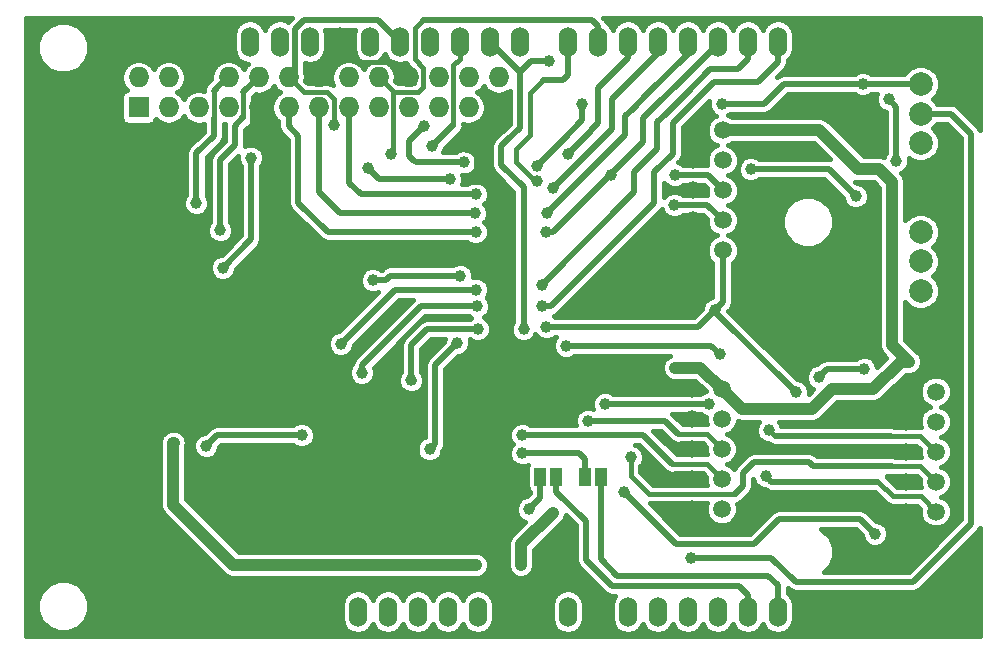
<source format=gbl>
G04 #@! TF.FileFunction,Copper,L2,Bot,Signal*
%FSLAX46Y46*%
G04 Gerber Fmt 4.6, Leading zero omitted, Abs format (unit mm)*
G04 Created by KiCad (PCBNEW 4.0.0-rc1-stable) date 31.5.2016 14:43:07*
%MOMM*%
G01*
G04 APERTURE LIST*
%ADD10C,0.100000*%
%ADD11R,1.000000X1.500000*%
%ADD12C,1.506220*%
%ADD13C,2.000000*%
%ADD14O,1.524000X2.540000*%
%ADD15R,1.727200X1.727200*%
%ADD16O,1.727200X1.727200*%
%ADD17C,1.000000*%
%ADD18C,0.500000*%
%ADD19C,0.400000*%
%ADD20C,0.750000*%
%ADD21C,1.000000*%
%ADD22C,1.500000*%
G04 APERTURE END LIST*
D10*
D11*
X45462000Y-39350000D03*
X44100000Y-39350000D03*
X49212000Y-39350000D03*
X47850000Y-39350000D03*
D12*
X59520000Y-20180000D03*
X56980000Y-20180000D03*
X59520000Y-17640000D03*
X56980000Y-17640000D03*
X59520000Y-15100000D03*
X56980000Y-15100000D03*
X59520000Y-12560000D03*
X56980000Y-12560000D03*
X59520000Y-10020000D03*
X56980000Y-10020000D03*
X59470000Y-42080000D03*
X56930000Y-42080000D03*
X59470000Y-39540000D03*
X56930000Y-39540000D03*
X59470000Y-37000000D03*
X56930000Y-37000000D03*
X59470000Y-34460000D03*
X56930000Y-34460000D03*
X59470000Y-31920000D03*
X56930000Y-31920000D03*
X77570000Y-42280000D03*
X75030000Y-42280000D03*
X77570000Y-39740000D03*
X75030000Y-39740000D03*
X77570000Y-37200000D03*
X75030000Y-37200000D03*
X77570000Y-34660000D03*
X75030000Y-34660000D03*
X77570000Y-32120000D03*
X75030000Y-32120000D03*
D13*
X76300000Y-3600000D03*
X76300000Y-6100000D03*
X76300000Y-11100000D03*
X76300000Y-8600000D03*
X76300000Y-16100000D03*
X76300000Y-18600000D03*
X76300000Y-23600000D03*
X76300000Y-21100000D03*
D14*
X64201100Y-50763600D03*
X61661100Y-50763600D03*
X59121100Y-50763600D03*
X51501100Y-50763600D03*
X54041100Y-50763600D03*
X56581100Y-50763600D03*
X46421100Y-50763600D03*
X43881100Y-50763600D03*
X41341100Y-50763600D03*
X36261100Y-50763600D03*
X33721100Y-50763600D03*
X64201100Y-2503600D03*
X61661100Y-2503600D03*
X59121100Y-2503600D03*
X56581100Y-2503600D03*
X54041100Y-2503600D03*
X51501100Y-2503600D03*
X48961100Y-2503600D03*
X46421100Y-2503600D03*
X42357100Y-2503600D03*
X39817100Y-2503600D03*
X37277100Y-2503600D03*
X34737100Y-2503600D03*
X32197100Y-2503600D03*
X29657100Y-2503600D03*
X27117100Y-2503600D03*
X24577100Y-2503600D03*
X38801100Y-50763600D03*
X22037100Y-2503600D03*
X19497100Y-2503600D03*
X31181100Y-50763600D03*
X28641100Y-50763600D03*
D15*
X10075000Y-8065000D03*
D16*
X10075000Y-5525000D03*
X12615000Y-8065000D03*
X12615000Y-5525000D03*
X15155000Y-8065000D03*
X15155000Y-5525000D03*
X17695000Y-8065000D03*
X17695000Y-5525000D03*
X20235000Y-8065000D03*
X20235000Y-5525000D03*
X22775000Y-8065000D03*
X22775000Y-5525000D03*
X25315000Y-8065000D03*
X25315000Y-5525000D03*
X27855000Y-8065000D03*
X27855000Y-5525000D03*
X30395000Y-8065000D03*
X30395000Y-5525000D03*
X32935000Y-8065000D03*
X32935000Y-5525000D03*
X35475000Y-8065000D03*
X35475000Y-5525000D03*
X38015000Y-8065000D03*
X38015000Y-5525000D03*
X40555000Y-8065000D03*
X40555000Y-5525000D03*
D17*
X14980000Y-16170000D03*
X23900000Y-35825000D03*
X15800000Y-36725000D03*
X38650000Y-23500000D03*
X44200000Y-23100000D03*
X27190000Y-28080000D03*
X56870000Y-46180000D03*
X17210000Y-21640000D03*
X19600000Y-12330000D03*
X16990000Y-18460000D03*
X44200000Y-24910000D03*
X38730000Y-24910000D03*
X28980000Y-30520000D03*
X73600000Y-7390000D03*
X74210000Y-12610000D03*
X44790000Y-4120000D03*
X42670000Y-26820000D03*
X38810000Y-26820000D03*
X33170000Y-31170000D03*
X43100000Y-42100000D03*
X34900000Y-11360000D03*
X51160000Y-40590000D03*
X72420000Y-44160000D03*
X37050000Y-28000000D03*
X34710000Y-37020000D03*
X42550000Y-37350000D03*
X64600000Y-10020000D03*
X45130000Y-42370000D03*
X55500000Y-30100000D03*
X38650000Y-46800000D03*
X42450000Y-46800000D03*
X13013000Y-36450000D03*
X75300000Y-29600000D03*
X65000000Y-7700000D03*
X66200000Y-27200000D03*
X71800000Y-24500000D03*
X69000000Y-3800000D03*
X29350000Y-42070000D03*
X8110000Y-24800000D03*
X29710000Y-20650000D03*
X24280000Y-26480000D03*
X40555000Y-33610000D03*
X55500000Y-13800000D03*
X50100000Y-13800000D03*
X44600000Y-18620000D03*
X38620000Y-18620000D03*
X48120000Y-34580000D03*
X38590000Y-17030000D03*
X44700000Y-17000000D03*
X58370000Y-33170000D03*
X63450000Y-35400000D03*
X49570000Y-33180000D03*
X45125000Y-14925000D03*
X38620000Y-15440000D03*
X37640000Y-12730000D03*
X46400000Y-12020000D03*
X55450000Y-16350000D03*
X34230000Y-9630000D03*
X31450000Y-12000000D03*
X42550000Y-35800000D03*
X43800000Y-14320000D03*
X51750000Y-37700000D03*
X65700000Y-32200000D03*
X63200000Y-39300000D03*
X58900000Y-25200000D03*
X37300000Y-22300000D03*
X29900000Y-22700000D03*
X44610000Y-26650000D03*
X70800000Y-15600000D03*
X61900000Y-13300000D03*
X59270000Y-28960000D03*
X71530000Y-30250000D03*
X67650000Y-30930000D03*
X46270000Y-28240000D03*
X71400000Y-6100000D03*
X26590000Y-9580000D03*
X29540000Y-13230000D03*
X43800000Y-13020000D03*
X47650000Y-7780000D03*
X36440000Y-14150000D03*
X59460000Y-7780000D03*
D18*
X14980000Y-16170000D02*
X14980000Y-11910000D01*
X16430000Y-8930000D02*
X16430000Y-9600000D01*
D19*
X16425000Y-8925000D02*
X16425000Y-6650000D01*
D18*
X17550000Y-5525000D02*
X16425000Y-6650000D01*
X16425000Y-8925000D02*
X16430000Y-8930000D01*
X16430000Y-10460000D02*
X16430000Y-9600000D01*
X14980000Y-11910000D02*
X16430000Y-10460000D01*
X17695000Y-5525000D02*
X17550000Y-5525000D01*
X23900000Y-35825000D02*
X16700000Y-35825000D01*
X16700000Y-35825000D02*
X15800000Y-36725000D01*
X56300000Y-7000000D02*
X58490000Y-4810000D01*
X60800000Y-4810000D02*
X61661100Y-3948900D01*
X58490000Y-4810000D02*
X60800000Y-4810000D01*
X44200000Y-23100000D02*
X52030000Y-15270000D01*
X52030000Y-15270000D02*
X52030000Y-13570000D01*
X38635000Y-23485000D02*
X38650000Y-23500000D01*
X37635000Y-23485000D02*
X38635000Y-23485000D01*
X31785000Y-23485000D02*
X37635000Y-23485000D01*
X37635000Y-23485000D02*
X37650000Y-23500000D01*
X54700000Y-8600000D02*
X54000000Y-9300000D01*
X54000000Y-9300000D02*
X54000000Y-11600000D01*
X54000000Y-11600000D02*
X52030000Y-13570000D01*
X61661100Y-2503600D02*
X61661100Y-3948900D01*
X56300000Y-7000000D02*
X54700000Y-8600000D01*
X27190000Y-28080000D02*
X31785000Y-23485000D01*
X56870000Y-46180000D02*
X63660000Y-46180000D01*
X78850000Y-8600000D02*
X76300000Y-8600000D01*
X80580000Y-10330000D02*
X78850000Y-8600000D01*
X80580000Y-43300000D02*
X80580000Y-10330000D01*
X75640000Y-48240000D02*
X80580000Y-43300000D01*
X65720000Y-48240000D02*
X75640000Y-48240000D01*
X63660000Y-46180000D02*
X65720000Y-48240000D01*
X19600000Y-19250000D02*
X17210000Y-21640000D01*
X19600000Y-12330000D02*
X19600000Y-19250000D01*
X18960000Y-8920000D02*
X18230000Y-9650000D01*
X20235000Y-5525000D02*
X18960000Y-6800000D01*
D19*
X18960000Y-6800000D02*
X18960000Y-8760000D01*
X18960000Y-8760000D02*
X18960000Y-8920000D01*
D18*
X16990000Y-12490000D02*
X18230000Y-11250000D01*
X18230000Y-11250000D02*
X18230000Y-9850000D01*
X16990000Y-18460000D02*
X16990000Y-12490000D01*
X18230000Y-9650000D02*
X18230000Y-9850000D01*
X56600000Y-8100000D02*
X58790000Y-5910000D01*
X58790000Y-5910000D02*
X62490000Y-5910000D01*
X45700000Y-24200000D02*
X53750000Y-16150000D01*
X53750000Y-16150000D02*
X53750000Y-13550000D01*
X44200000Y-24910000D02*
X44990000Y-24910000D01*
X55300000Y-12000000D02*
X53750000Y-13550000D01*
X55300000Y-9400000D02*
X55300000Y-12000000D01*
X56600000Y-8100000D02*
X55300000Y-9400000D01*
X64201100Y-4198900D02*
X64201100Y-2503600D01*
X64201100Y-4198900D02*
X62490000Y-5910000D01*
X44990000Y-24910000D02*
X45700000Y-24200000D01*
X44200000Y-24910000D02*
X44200000Y-24900000D01*
X28980000Y-29910000D02*
X33980000Y-24910000D01*
X33980000Y-24910000D02*
X38730000Y-24910000D01*
X28980000Y-30520000D02*
X28980000Y-29910000D01*
X41300000Y-10840000D02*
X40790000Y-11350000D01*
X40790000Y-12960000D02*
X42670000Y-14840000D01*
X40790000Y-11350000D02*
X40790000Y-12960000D01*
X74210000Y-8000000D02*
X73600000Y-7390000D01*
X74210000Y-12610000D02*
X74210000Y-8000000D01*
X42340000Y-5060000D02*
X43280000Y-4120000D01*
X43280000Y-4120000D02*
X44790000Y-4120000D01*
X42670000Y-14840000D02*
X42670000Y-15670000D01*
X42340000Y-9800000D02*
X41300000Y-10840000D01*
X42340000Y-5060000D02*
X42340000Y-9800000D01*
X42670000Y-26820000D02*
X42670000Y-15670000D01*
X33170000Y-31170000D02*
X33170000Y-28160000D01*
X34510000Y-26820000D02*
X38810000Y-26820000D01*
X33170000Y-28160000D02*
X34510000Y-26820000D01*
X42340000Y-5060000D02*
X39817100Y-2537100D01*
D20*
X33170000Y-31170000D02*
X33200000Y-31170000D01*
D18*
X39817100Y-2503600D02*
X39817100Y-2537100D01*
X44100000Y-39350000D02*
X44100000Y-41100000D01*
X44100000Y-41100000D02*
X43100000Y-42100000D01*
X45462000Y-39350000D02*
X45462000Y-40612000D01*
X47950000Y-43100000D02*
X47950000Y-46350000D01*
X45462000Y-40612000D02*
X47950000Y-43100000D01*
X61661100Y-49361100D02*
X61661100Y-50763600D01*
X60900000Y-48600000D02*
X61661100Y-49361100D01*
X50200000Y-48600000D02*
X60900000Y-48600000D01*
X47950000Y-46350000D02*
X50200000Y-48600000D01*
X34900000Y-11360000D02*
X34920000Y-11360000D01*
X34920000Y-11360000D02*
X36740000Y-9540000D01*
X55600000Y-45030000D02*
X62200000Y-45030000D01*
X62200000Y-45030000D02*
X64300000Y-42930000D01*
X64300000Y-42930000D02*
X71190000Y-42930000D01*
X71190000Y-42930000D02*
X72420000Y-44160000D01*
X51160000Y-40590000D02*
X55600000Y-45030000D01*
X35200000Y-29850000D02*
X37050000Y-28000000D01*
X35200000Y-30850000D02*
X35200000Y-29850000D01*
D19*
X37277100Y-2503600D02*
X37277100Y-3972900D01*
X37277100Y-3972900D02*
X36740000Y-4510000D01*
X36740000Y-4510000D02*
X36740000Y-9540000D01*
D18*
X35200000Y-36530000D02*
X34710000Y-37020000D01*
X35200000Y-30850000D02*
X35200000Y-36530000D01*
X47850000Y-37850000D02*
X47350000Y-37350000D01*
X47350000Y-37350000D02*
X42550000Y-37350000D01*
X47850000Y-37850000D02*
X47850000Y-39350000D01*
X49212000Y-39350000D02*
X49212000Y-46312000D01*
X64201100Y-48501100D02*
X64201100Y-50763600D01*
X63400000Y-47700000D02*
X64201100Y-48501100D01*
X50600000Y-47700000D02*
X63400000Y-47700000D01*
X49212000Y-46312000D02*
X50600000Y-47700000D01*
D21*
X42450000Y-45050000D02*
X45130000Y-42370000D01*
X42450000Y-46800000D02*
X42450000Y-45050000D01*
X57650000Y-30100000D02*
X59470000Y-31920000D01*
X55500000Y-30100000D02*
X57650000Y-30100000D01*
X13013000Y-41713000D02*
X18100000Y-46800000D01*
X18100000Y-46800000D02*
X38650000Y-46800000D01*
X13013000Y-36450000D02*
X13013000Y-41713000D01*
X13050000Y-36450000D02*
X13000000Y-36450000D01*
X13000000Y-36450000D02*
X13013000Y-36450000D01*
X59470000Y-31920000D02*
X61150000Y-33600000D01*
X61150000Y-33600000D02*
X67100000Y-33600000D01*
X67100000Y-33600000D02*
X68800000Y-31900000D01*
D19*
X68800000Y-31900000D02*
X68800000Y-31920000D01*
X68800000Y-31920000D02*
X68800000Y-31900000D01*
X68800000Y-31900000D02*
X68800000Y-31920000D01*
D21*
X71000000Y-13300000D02*
X72800000Y-13300000D01*
X73900000Y-28200000D02*
X75300000Y-29600000D01*
X73900000Y-14400000D02*
X73900000Y-28200000D01*
X72800000Y-13300000D02*
X73900000Y-14400000D01*
X67720000Y-10020000D02*
X71000000Y-13300000D01*
X67720000Y-10020000D02*
X64600000Y-10020000D01*
X64600000Y-10020000D02*
X59520000Y-10020000D01*
X75300000Y-29600000D02*
X74600000Y-29600000D01*
X74600000Y-29600000D02*
X72280000Y-31920000D01*
X72280000Y-31920000D02*
X68800000Y-31920000D01*
D18*
X66200000Y-27200000D02*
X68900000Y-24500000D01*
X68900000Y-24500000D02*
X71800000Y-24500000D01*
X76300000Y-3600000D02*
X69200000Y-3600000D01*
X69200000Y-3600000D02*
X69000000Y-3800000D01*
D22*
X8700000Y-2950000D02*
X5150000Y-6500000D01*
X5150000Y-6500000D02*
X5150000Y-9625000D01*
X40555000Y-8065000D02*
X40555000Y-9025000D01*
X40555000Y-15025000D02*
X40555000Y-16540000D01*
X39230000Y-13700000D02*
X40555000Y-15025000D01*
X39230000Y-10350000D02*
X39230000Y-13700000D01*
X40555000Y-9025000D02*
X39230000Y-10350000D01*
D21*
X65610000Y-41370000D02*
X72110000Y-41370000D01*
X72110000Y-41370000D02*
X73020000Y-42280000D01*
X60720000Y-43850000D02*
X63200000Y-41370000D01*
X63200000Y-41370000D02*
X65610000Y-41370000D01*
X56930000Y-42080000D02*
X56930000Y-42910000D01*
X57870000Y-43850000D02*
X60720000Y-43850000D01*
X56930000Y-42910000D02*
X57870000Y-43850000D01*
D18*
X30855000Y-42095000D02*
X29375000Y-42095000D01*
X29375000Y-42095000D02*
X29350000Y-42070000D01*
D21*
X76300000Y-16100000D02*
X77400000Y-16100000D01*
X78360000Y-17060000D02*
X78360000Y-28790000D01*
X77400000Y-16100000D02*
X78360000Y-17060000D01*
X73020000Y-42280000D02*
X75030000Y-42280000D01*
X78360000Y-28790000D02*
X75030000Y-32120000D01*
D22*
X8100000Y-24800000D02*
X5150000Y-21850000D01*
X5150000Y-21850000D02*
X5150000Y-9625000D01*
X8110000Y-24800000D02*
X8100000Y-24800000D01*
X18375000Y-24800000D02*
X8110000Y-24800000D01*
D20*
X33942500Y-40367500D02*
X32582500Y-40367500D01*
X32582500Y-40367500D02*
X30855000Y-42095000D01*
X23127500Y-29552500D02*
X23127500Y-27632500D01*
X23127500Y-27632500D02*
X24280000Y-26480000D01*
D22*
X40555000Y-20650000D02*
X29710000Y-20650000D01*
X29710000Y-20650000D02*
X22525000Y-20650000D01*
X22525000Y-20650000D02*
X21670000Y-21505000D01*
X18375000Y-24800000D02*
X23127500Y-29552500D01*
X23127500Y-29552500D02*
X33942500Y-40367500D01*
X33942500Y-40367500D02*
X35575000Y-42000000D01*
X35575000Y-42000000D02*
X40555000Y-42000000D01*
X40555000Y-16540000D02*
X40540000Y-16540000D01*
X40540000Y-16540000D02*
X40555000Y-16540000D01*
D19*
X27117100Y-2503600D02*
X27117100Y-2607100D01*
X27117100Y-2607100D02*
X28730000Y-4220000D01*
X31630000Y-4220000D02*
X32935000Y-5525000D01*
X28730000Y-4220000D02*
X31630000Y-4220000D01*
D22*
X20235000Y-10165000D02*
X21670000Y-11600000D01*
X21670000Y-16540000D02*
X21670000Y-21505000D01*
X21670000Y-11600000D02*
X21670000Y-16540000D01*
X20235000Y-10165000D02*
X20235000Y-10150000D01*
X20235000Y-8065000D02*
X20235000Y-10150000D01*
X12725000Y-2950000D02*
X8700000Y-2950000D01*
D20*
X12725000Y-2950000D02*
X15155000Y-5380000D01*
D22*
X21670000Y-21505000D02*
X18375000Y-24800000D01*
X40555000Y-16540000D02*
X40555000Y-20650000D01*
X40555000Y-20650000D02*
X40555000Y-33610000D01*
X40555000Y-33610000D02*
X40555000Y-41170000D01*
X40555000Y-41170000D02*
X40555000Y-42000000D01*
X40555000Y-42000000D02*
X40555000Y-48425000D01*
X41341100Y-49211100D02*
X41341100Y-50763600D01*
X40555000Y-48425000D02*
X41341100Y-49211100D01*
D20*
X15155000Y-5525000D02*
X15155000Y-5380000D01*
D18*
X23610000Y-11550000D02*
X23610000Y-16130000D01*
X26100000Y-18620000D02*
X30680000Y-18620000D01*
X23610000Y-16130000D02*
X26100000Y-18620000D01*
X55900000Y-5900000D02*
X59121100Y-2678900D01*
X59121100Y-2678900D02*
X59121100Y-2503600D01*
X58300000Y-13800000D02*
X55500000Y-13800000D01*
X58300000Y-13800000D02*
X59520000Y-15020000D01*
X50100000Y-13800000D02*
X50050000Y-13750000D01*
X50050000Y-13750000D02*
X50100000Y-13800000D01*
X50100000Y-13800000D02*
X50100000Y-13700000D01*
X59520000Y-15100000D02*
X59520000Y-15020000D01*
X54000000Y-7800000D02*
X52800000Y-9000000D01*
X55900000Y-5900000D02*
X54000000Y-7800000D01*
X45180000Y-18620000D02*
X44600000Y-18620000D01*
X52800000Y-11000000D02*
X50100000Y-13700000D01*
X50100000Y-13700000D02*
X45180000Y-18620000D01*
X52800000Y-9000000D02*
X52800000Y-11000000D01*
X30680000Y-18620000D02*
X38620000Y-18620000D01*
X44600000Y-18620000D02*
X44600000Y-18600000D01*
X22775000Y-9635000D02*
X23610000Y-10470000D01*
X23610000Y-10470000D02*
X23610000Y-11550000D01*
X22775000Y-9635000D02*
X22775000Y-8065000D01*
X25315000Y-10750000D02*
X25315000Y-15215000D01*
X27130000Y-17030000D02*
X31595000Y-17030000D01*
X25315000Y-15215000D02*
X27130000Y-17030000D01*
X48120000Y-34580000D02*
X54630000Y-34580000D01*
D19*
X58170000Y-35700000D02*
X55750000Y-35700000D01*
X59470000Y-37000000D02*
X58170000Y-35700000D01*
D18*
X54630000Y-34580000D02*
X55750000Y-35700000D01*
X51900000Y-8200000D02*
X51300000Y-8800000D01*
X51300000Y-8800000D02*
X51300000Y-10400000D01*
X53150000Y-6950000D02*
X51900000Y-8200000D01*
X31595000Y-17030000D02*
X38590000Y-17030000D01*
X25315000Y-10750000D02*
X25315000Y-8065000D01*
X51300000Y-10400000D02*
X44700000Y-17000000D01*
X56581100Y-2503600D02*
X56581100Y-3518900D01*
X56581100Y-3518900D02*
X53150000Y-6950000D01*
X53150000Y-6950000D02*
X53100000Y-7000000D01*
X27855000Y-10905000D02*
X27855000Y-14425000D01*
X28870000Y-15440000D02*
X32390000Y-15440000D01*
X27855000Y-14425000D02*
X28870000Y-15440000D01*
X73800000Y-35900000D02*
X63950000Y-35900000D01*
D19*
X76270000Y-35900000D02*
X73800000Y-35900000D01*
X76270000Y-35900000D02*
X77570000Y-37200000D01*
X63950000Y-35900000D02*
X63450000Y-35400000D01*
D18*
X58360000Y-33180000D02*
X55070000Y-33180000D01*
X49570000Y-33180000D02*
X55070000Y-33180000D01*
X58370000Y-33170000D02*
X58360000Y-33180000D01*
X45125000Y-14925000D02*
X45450000Y-14600000D01*
X45125000Y-14925000D02*
X45120000Y-14930000D01*
X49650000Y-10400000D02*
X50130000Y-9920000D01*
X54041100Y-3458900D02*
X50130000Y-7370000D01*
X45450000Y-14600000D02*
X49650000Y-10400000D01*
X50130000Y-9920000D02*
X50130000Y-7370000D01*
X32390000Y-15440000D02*
X38620000Y-15440000D01*
X27855000Y-10905000D02*
X27855000Y-8065000D01*
X54041100Y-3458900D02*
X54041100Y-2503600D01*
X33290000Y-12490000D02*
X33530000Y-12730000D01*
X33530000Y-12730000D02*
X37640000Y-12730000D01*
X46400000Y-12020000D02*
X49010000Y-9410000D01*
X49010000Y-9410000D02*
X49010000Y-6390000D01*
X51501100Y-2503600D02*
X51501100Y-3898900D01*
X51501100Y-3898900D02*
X49010000Y-6390000D01*
D19*
X48300000Y-10120000D02*
X46400000Y-12020000D01*
D18*
X58230000Y-16350000D02*
X55450000Y-16350000D01*
X58230000Y-16350000D02*
X59520000Y-17640000D01*
X32970000Y-10890000D02*
X32970000Y-12170000D01*
X32970000Y-12170000D02*
X33290000Y-12490000D01*
X34230000Y-9630000D02*
X32970000Y-10890000D01*
D19*
X31660000Y-8730000D02*
X31660000Y-11790000D01*
D18*
X55250000Y-38250000D02*
X52800000Y-35800000D01*
D19*
X59470000Y-39540000D02*
X58180000Y-38250000D01*
X58180000Y-38250000D02*
X55650000Y-38250000D01*
X55250000Y-38250000D02*
X55650000Y-38250000D01*
D18*
X52800000Y-35800000D02*
X42550000Y-35800000D01*
D19*
X31660000Y-6810000D02*
X31660000Y-8730000D01*
X31660000Y-6810000D02*
X31670000Y-6800000D01*
X31660000Y-11790000D02*
X31450000Y-12000000D01*
D18*
X43140000Y-680000D02*
X48430000Y-680000D01*
X48961100Y-1211100D02*
X48961100Y-2503600D01*
X48430000Y-680000D02*
X48961100Y-1211100D01*
D19*
X34200000Y-4950000D02*
X34200000Y-4710000D01*
D18*
X43140000Y-680000D02*
X34820000Y-680000D01*
D19*
X33730000Y-6800000D02*
X34200000Y-6330000D01*
X34200000Y-6330000D02*
X34200000Y-4950000D01*
X31670000Y-6800000D02*
X30395000Y-5525000D01*
X31670000Y-6800000D02*
X33050000Y-6800000D01*
X33050000Y-6800000D02*
X33730000Y-6800000D01*
D18*
X34150000Y-680000D02*
X34820000Y-680000D01*
D19*
X33460000Y-1370000D02*
X34150000Y-680000D01*
X33460000Y-3970000D02*
X33460000Y-1370000D01*
X34200000Y-4710000D02*
X33460000Y-3970000D01*
D18*
X67200000Y-38450000D02*
X66850000Y-38100000D01*
X62200000Y-38100000D02*
X61250000Y-39050000D01*
X66850000Y-38100000D02*
X62200000Y-38100000D01*
D19*
X43200000Y-10410000D02*
X42030000Y-11580000D01*
X42030000Y-11580000D02*
X42030000Y-12670000D01*
X42030000Y-12670000D02*
X43680000Y-14320000D01*
X43680000Y-14320000D02*
X43800000Y-14320000D01*
D18*
X46421100Y-5328900D02*
X46000000Y-5750000D01*
X46421100Y-2503600D02*
X46421100Y-5328900D01*
X44300000Y-5750000D02*
X46000000Y-5750000D01*
D19*
X43200000Y-6850000D02*
X44300000Y-5750000D01*
X43200000Y-10150000D02*
X43200000Y-6850000D01*
X43200000Y-10150000D02*
X43200000Y-10410000D01*
X56350000Y-40800000D02*
X53300000Y-40800000D01*
D18*
X61250000Y-39050000D02*
X61250000Y-40150000D01*
X61250000Y-40150000D02*
X60600000Y-40800000D01*
D19*
X60600000Y-40800000D02*
X56350000Y-40800000D01*
D18*
X73850000Y-38450000D02*
X67200000Y-38450000D01*
D19*
X76280000Y-38450000D02*
X73850000Y-38450000D01*
X76280000Y-38450000D02*
X77570000Y-39740000D01*
X51750000Y-39250000D02*
X51750000Y-37700000D01*
X53300000Y-40800000D02*
X51750000Y-39250000D01*
D18*
X65700000Y-32200000D02*
X58900000Y-25400000D01*
X58900000Y-25400000D02*
X58900000Y-25200000D01*
X63655000Y-39755000D02*
X63200000Y-39300000D01*
X66255000Y-39755000D02*
X72705000Y-39755000D01*
D19*
X72705000Y-39755000D02*
X73950000Y-41000000D01*
X76290000Y-41000000D02*
X73950000Y-41000000D01*
X76290000Y-41000000D02*
X77570000Y-42280000D01*
D18*
X66255000Y-39755000D02*
X63655000Y-39755000D01*
X59520000Y-20180000D02*
X59520000Y-24580000D01*
X59520000Y-24580000D02*
X58900000Y-25200000D01*
X44610000Y-26650000D02*
X57450000Y-26650000D01*
X31000000Y-22700000D02*
X31400000Y-22300000D01*
X31400000Y-22300000D02*
X37300000Y-22300000D01*
X29900000Y-22700000D02*
X31000000Y-22700000D01*
X57450000Y-26650000D02*
X58900000Y-25200000D01*
X61900000Y-13300000D02*
X68500000Y-13300000D01*
X68500000Y-13300000D02*
X70800000Y-15600000D01*
X46270000Y-28240000D02*
X58550000Y-28240000D01*
X71530000Y-30250000D02*
X68330000Y-30250000D01*
X68330000Y-30250000D02*
X67650000Y-30930000D01*
X58550000Y-28240000D02*
X59270000Y-28960000D01*
X73060000Y-6100000D02*
X71400000Y-6100000D01*
X71400000Y-6100000D02*
X64700000Y-6100000D01*
X64700000Y-6100000D02*
X63020000Y-7780000D01*
D19*
X22775000Y-5525000D02*
X24050000Y-6800000D01*
X26590000Y-7330000D02*
X26590000Y-8330000D01*
X26060000Y-6800000D02*
X26590000Y-7330000D01*
X24050000Y-6800000D02*
X26060000Y-6800000D01*
X26590000Y-9580000D02*
X26590000Y-8330000D01*
D18*
X36440000Y-14150000D02*
X30460000Y-14150000D01*
X30460000Y-14150000D02*
X29540000Y-13230000D01*
X46000000Y-10800000D02*
X43800000Y-13000000D01*
X43800000Y-13000000D02*
X43800000Y-13020000D01*
X47650000Y-7780000D02*
X47650000Y-9150000D01*
X47650000Y-9150000D02*
X46000000Y-10800000D01*
X73060000Y-6100000D02*
X76300000Y-6100000D01*
X63020000Y-7780000D02*
X59460000Y-7780000D01*
X22775000Y-5525000D02*
X23325000Y-4975000D01*
X23325000Y-4975000D02*
X23325000Y-1400000D01*
X23325000Y-1400000D02*
X24100000Y-625000D01*
X24100000Y-625000D02*
X30318500Y-625000D01*
X30318500Y-625000D02*
X32197100Y-2503600D01*
D19*
G36*
X22723959Y-798959D02*
X22718248Y-807505D01*
X22558315Y-700641D01*
X22037100Y-596965D01*
X21515885Y-700641D01*
X21074021Y-995886D01*
X20778776Y-1437750D01*
X20767100Y-1496449D01*
X20755424Y-1437750D01*
X20460179Y-995886D01*
X20018315Y-700641D01*
X19497100Y-596965D01*
X18975885Y-700641D01*
X18534021Y-995886D01*
X18238776Y-1437750D01*
X18135100Y-1958965D01*
X18135100Y-3048235D01*
X18238776Y-3569450D01*
X18534021Y-4011314D01*
X18975885Y-4306559D01*
X19338202Y-4378628D01*
X19171405Y-4490079D01*
X18965000Y-4798986D01*
X18758595Y-4490079D01*
X18283769Y-4172810D01*
X17723674Y-4061400D01*
X17666326Y-4061400D01*
X17106231Y-4172810D01*
X16631405Y-4490079D01*
X16314136Y-4964905D01*
X16202726Y-5525000D01*
X16226815Y-5646103D01*
X15823959Y-6048959D01*
X15639702Y-6324719D01*
X15575000Y-6650000D01*
X15581056Y-6680444D01*
X15183674Y-6601400D01*
X15126326Y-6601400D01*
X14566231Y-6712810D01*
X14091405Y-7030079D01*
X13885000Y-7338986D01*
X13678595Y-7030079D01*
X13326775Y-6795000D01*
X13678595Y-6559921D01*
X13995864Y-6085095D01*
X14107274Y-5525000D01*
X13995864Y-4964905D01*
X13678595Y-4490079D01*
X13203769Y-4172810D01*
X12643674Y-4061400D01*
X12586326Y-4061400D01*
X12026231Y-4172810D01*
X11551405Y-4490079D01*
X11345000Y-4798986D01*
X11138595Y-4490079D01*
X10663769Y-4172810D01*
X10103674Y-4061400D01*
X10046326Y-4061400D01*
X9486231Y-4172810D01*
X9011405Y-4490079D01*
X8694136Y-4964905D01*
X8582726Y-5525000D01*
X8694136Y-6085095D01*
X9011405Y-6559921D01*
X9090061Y-6612477D01*
X8989054Y-6631483D01*
X8784842Y-6762890D01*
X8647844Y-6963393D01*
X8599646Y-7201400D01*
X8599646Y-8928600D01*
X8641483Y-9150946D01*
X8772890Y-9355158D01*
X8973393Y-9492156D01*
X9211400Y-9540354D01*
X10938600Y-9540354D01*
X11160946Y-9498517D01*
X11365158Y-9367110D01*
X11502156Y-9166607D01*
X11523974Y-9058868D01*
X11551405Y-9099921D01*
X12026231Y-9417190D01*
X12586326Y-9528600D01*
X12643674Y-9528600D01*
X13203769Y-9417190D01*
X13678595Y-9099921D01*
X13885000Y-8791014D01*
X14091405Y-9099921D01*
X14566231Y-9417190D01*
X15126326Y-9528600D01*
X15183674Y-9528600D01*
X15580000Y-9449766D01*
X15580000Y-10107918D01*
X14378959Y-11308959D01*
X14194702Y-11584719D01*
X14130000Y-11910000D01*
X14130000Y-15464239D01*
X14048009Y-15546087D01*
X13880192Y-15950237D01*
X13879810Y-16387844D01*
X14046922Y-16792286D01*
X14356087Y-17101991D01*
X14760237Y-17269808D01*
X15197844Y-17270190D01*
X15602286Y-17103078D01*
X15911991Y-16793913D01*
X16079808Y-16389763D01*
X16080190Y-15952156D01*
X15913078Y-15547714D01*
X15830000Y-15464491D01*
X15830000Y-12262082D01*
X17031041Y-11061041D01*
X17215298Y-10785281D01*
X17280001Y-10460000D01*
X17280000Y-10459995D01*
X17280000Y-9451755D01*
X17414126Y-9478434D01*
X17380000Y-9650000D01*
X17380000Y-10897918D01*
X16388959Y-11888959D01*
X16204702Y-12164719D01*
X16140000Y-12490000D01*
X16140000Y-17754239D01*
X16058009Y-17836087D01*
X15890192Y-18240237D01*
X15889810Y-18677844D01*
X16056922Y-19082286D01*
X16366087Y-19391991D01*
X16770237Y-19559808D01*
X17207844Y-19560190D01*
X17612286Y-19393078D01*
X17921991Y-19083913D01*
X18089808Y-18679763D01*
X18090190Y-18242156D01*
X17923078Y-17837714D01*
X17840000Y-17754491D01*
X17840000Y-12842082D01*
X18500129Y-12181953D01*
X18499810Y-12547844D01*
X18666922Y-12952286D01*
X18750000Y-13035509D01*
X18750000Y-18897919D01*
X17108007Y-20539911D01*
X16992156Y-20539810D01*
X16587714Y-20706922D01*
X16278009Y-21016087D01*
X16110192Y-21420237D01*
X16109810Y-21857844D01*
X16276922Y-22262286D01*
X16586087Y-22571991D01*
X16990237Y-22739808D01*
X17427844Y-22740190D01*
X17832286Y-22573078D01*
X18141991Y-22263913D01*
X18309808Y-21859763D01*
X18309911Y-21742171D01*
X20201038Y-19851043D01*
X20201041Y-19851041D01*
X20385298Y-19575281D01*
X20450000Y-19250000D01*
X20450000Y-13035761D01*
X20531991Y-12953913D01*
X20699808Y-12549763D01*
X20700190Y-12112156D01*
X20533078Y-11707714D01*
X20223913Y-11398009D01*
X19819763Y-11230192D01*
X19382156Y-11229810D01*
X19057318Y-11364030D01*
X19080000Y-11250000D01*
X19080000Y-10002082D01*
X19561041Y-9521041D01*
X19745298Y-9245281D01*
X19810000Y-8920000D01*
X19760000Y-8668631D01*
X19760000Y-7202082D01*
X20012113Y-6949969D01*
X20206326Y-6988600D01*
X20263674Y-6988600D01*
X20823769Y-6877190D01*
X21298595Y-6559921D01*
X21505000Y-6251014D01*
X21711405Y-6559921D01*
X22063225Y-6795000D01*
X21711405Y-7030079D01*
X21394136Y-7504905D01*
X21282726Y-8065000D01*
X21394136Y-8625095D01*
X21711405Y-9099921D01*
X21925000Y-9242641D01*
X21925000Y-9635000D01*
X21989702Y-9960281D01*
X22173959Y-10236041D01*
X22760000Y-10822082D01*
X22760000Y-16130000D01*
X22824702Y-16455281D01*
X23008959Y-16731041D01*
X25498959Y-19221041D01*
X25774719Y-19405298D01*
X26100000Y-19470000D01*
X37914239Y-19470000D01*
X37996087Y-19551991D01*
X38400237Y-19719808D01*
X38837844Y-19720190D01*
X39242286Y-19553078D01*
X39551991Y-19243913D01*
X39719808Y-18839763D01*
X39720190Y-18402156D01*
X39553078Y-17997714D01*
X39365661Y-17809970D01*
X39521991Y-17653913D01*
X39689808Y-17249763D01*
X39690190Y-16812156D01*
X39523078Y-16407714D01*
X39365609Y-16249970D01*
X39551991Y-16063913D01*
X39719808Y-15659763D01*
X39720190Y-15222156D01*
X39553078Y-14817714D01*
X39243913Y-14508009D01*
X38839763Y-14340192D01*
X38402156Y-14339810D01*
X37997714Y-14506922D01*
X37914491Y-14590000D01*
X37448358Y-14590000D01*
X37539808Y-14369763D01*
X37540190Y-13932156D01*
X37497929Y-13829876D01*
X37857844Y-13830190D01*
X38262286Y-13663078D01*
X38571991Y-13353913D01*
X38739808Y-12949763D01*
X38740190Y-12512156D01*
X38573078Y-12107714D01*
X38263913Y-11798009D01*
X37859763Y-11630192D01*
X37422156Y-11629810D01*
X37017714Y-11796922D01*
X36934491Y-11880000D01*
X35875139Y-11880000D01*
X35999808Y-11579763D01*
X35999893Y-11482189D01*
X37341041Y-10141041D01*
X37525298Y-9865281D01*
X37590001Y-9540000D01*
X37571313Y-9446049D01*
X37986326Y-9528600D01*
X38043674Y-9528600D01*
X38603769Y-9417190D01*
X39078595Y-9099921D01*
X39395864Y-8625095D01*
X39507274Y-8065000D01*
X39395864Y-7504905D01*
X39078595Y-7030079D01*
X38726775Y-6795000D01*
X39078595Y-6559921D01*
X39285000Y-6251014D01*
X39491405Y-6559921D01*
X39966231Y-6877190D01*
X40526326Y-6988600D01*
X40583674Y-6988600D01*
X41143769Y-6877190D01*
X41490000Y-6645846D01*
X41490000Y-9447918D01*
X40188959Y-10748959D01*
X40004702Y-11024719D01*
X39940000Y-11350000D01*
X39940000Y-12960000D01*
X40004702Y-13285281D01*
X40188959Y-13561041D01*
X41820000Y-15192081D01*
X41820000Y-26114239D01*
X41738009Y-26196087D01*
X41570192Y-26600237D01*
X41569810Y-27037844D01*
X41736922Y-27442286D01*
X42046087Y-27751991D01*
X42450237Y-27919808D01*
X42887844Y-27920190D01*
X43292286Y-27753078D01*
X43601991Y-27443913D01*
X43675094Y-27267861D01*
X43676922Y-27272286D01*
X43986087Y-27581991D01*
X44390237Y-27749808D01*
X44827844Y-27750190D01*
X45232286Y-27583078D01*
X45315509Y-27500000D01*
X45454299Y-27500000D01*
X45338009Y-27616087D01*
X45170192Y-28020237D01*
X45169810Y-28457844D01*
X45336922Y-28862286D01*
X45646087Y-29171991D01*
X46050237Y-29339808D01*
X46487844Y-29340190D01*
X46892286Y-29173078D01*
X46975509Y-29090000D01*
X55063879Y-29090000D01*
X54877714Y-29166922D01*
X54568009Y-29476087D01*
X54400192Y-29880237D01*
X54399810Y-30317844D01*
X54566922Y-30722286D01*
X54876087Y-31031991D01*
X55280237Y-31199808D01*
X55499999Y-31200000D01*
X55500186Y-31200000D01*
X55717844Y-31200190D01*
X55718304Y-31200000D01*
X57194366Y-31200000D01*
X58089899Y-32095534D01*
X57747714Y-32236922D01*
X57654473Y-32330000D01*
X50275761Y-32330000D01*
X50193913Y-32248009D01*
X49789763Y-32080192D01*
X49352156Y-32079810D01*
X48947714Y-32246922D01*
X48638009Y-32556087D01*
X48470192Y-32960237D01*
X48469810Y-33397844D01*
X48537816Y-33562430D01*
X48339763Y-33480192D01*
X47902156Y-33479810D01*
X47497714Y-33646922D01*
X47188009Y-33956087D01*
X47020192Y-34360237D01*
X47019810Y-34797844D01*
X47082680Y-34950000D01*
X43255761Y-34950000D01*
X43173913Y-34868009D01*
X42769763Y-34700192D01*
X42332156Y-34699810D01*
X41927714Y-34866922D01*
X41618009Y-35176087D01*
X41450192Y-35580237D01*
X41449810Y-36017844D01*
X41616922Y-36422286D01*
X41769365Y-36574995D01*
X41618009Y-36726087D01*
X41450192Y-37130237D01*
X41449810Y-37567844D01*
X41616922Y-37972286D01*
X41926087Y-38281991D01*
X42330237Y-38449808D01*
X42767844Y-38450190D01*
X43058138Y-38330243D01*
X43036444Y-38361993D01*
X42988246Y-38600000D01*
X42988246Y-40100000D01*
X43030083Y-40322346D01*
X43161490Y-40526558D01*
X43250000Y-40587034D01*
X43250000Y-40747919D01*
X42998007Y-40999911D01*
X42882156Y-40999810D01*
X42477714Y-41166922D01*
X42168009Y-41476087D01*
X42000192Y-41880237D01*
X41999810Y-42317844D01*
X42166922Y-42722286D01*
X42476087Y-43031991D01*
X42784366Y-43159999D01*
X41672183Y-44272183D01*
X41433733Y-44629048D01*
X41350000Y-45050000D01*
X41350000Y-46800000D01*
X41349810Y-47017844D01*
X41516922Y-47422286D01*
X41826087Y-47731991D01*
X42230237Y-47899808D01*
X42449999Y-47900000D01*
X42450001Y-47900000D01*
X42667844Y-47900190D01*
X43072286Y-47733078D01*
X43381991Y-47423913D01*
X43549808Y-47019763D01*
X43550190Y-46582156D01*
X43550000Y-46581696D01*
X43550000Y-45505634D01*
X45907817Y-43147818D01*
X46061991Y-42993913D01*
X46229808Y-42589763D01*
X46229815Y-42581897D01*
X47100000Y-43452082D01*
X47100000Y-46350000D01*
X47164702Y-46675281D01*
X47348959Y-46951041D01*
X49598957Y-49201038D01*
X49598959Y-49201041D01*
X49726705Y-49286398D01*
X49874719Y-49385298D01*
X50200000Y-49450001D01*
X50200005Y-49450000D01*
X50408318Y-49450000D01*
X50242776Y-49697750D01*
X50139100Y-50218965D01*
X50139100Y-51308235D01*
X50242776Y-51829450D01*
X50538021Y-52271314D01*
X50979885Y-52566559D01*
X51501100Y-52670235D01*
X52022315Y-52566559D01*
X52464179Y-52271314D01*
X52759424Y-51829450D01*
X52771100Y-51770751D01*
X52782776Y-51829450D01*
X53078021Y-52271314D01*
X53519885Y-52566559D01*
X54041100Y-52670235D01*
X54562315Y-52566559D01*
X55004179Y-52271314D01*
X55299424Y-51829450D01*
X55311100Y-51770751D01*
X55322776Y-51829450D01*
X55618021Y-52271314D01*
X56059885Y-52566559D01*
X56581100Y-52670235D01*
X57102315Y-52566559D01*
X57544179Y-52271314D01*
X57839424Y-51829450D01*
X57851100Y-51770751D01*
X57862776Y-51829450D01*
X58158021Y-52271314D01*
X58599885Y-52566559D01*
X59121100Y-52670235D01*
X59642315Y-52566559D01*
X60084179Y-52271314D01*
X60379424Y-51829450D01*
X60391100Y-51770751D01*
X60402776Y-51829450D01*
X60698021Y-52271314D01*
X61139885Y-52566559D01*
X61661100Y-52670235D01*
X62182315Y-52566559D01*
X62624179Y-52271314D01*
X62919424Y-51829450D01*
X62931100Y-51770751D01*
X62942776Y-51829450D01*
X63238021Y-52271314D01*
X63679885Y-52566559D01*
X64201100Y-52670235D01*
X64722315Y-52566559D01*
X65164179Y-52271314D01*
X65459424Y-51829450D01*
X65563100Y-51308235D01*
X65563100Y-50218965D01*
X65459424Y-49697750D01*
X65164179Y-49255886D01*
X65051100Y-49180329D01*
X65051100Y-48773182D01*
X65118959Y-48841041D01*
X65394719Y-49025298D01*
X65720000Y-49090000D01*
X75640000Y-49090000D01*
X75965281Y-49025298D01*
X76241041Y-48841041D01*
X81181041Y-43901041D01*
X81325000Y-43685591D01*
X81325000Y-52825000D01*
X575000Y-52825000D01*
X575000Y-50736812D01*
X1513221Y-50736812D01*
X1845546Y-51541101D01*
X2460363Y-52156991D01*
X3264070Y-52490720D01*
X4134312Y-52491479D01*
X4938601Y-52159154D01*
X5554491Y-51544337D01*
X5888220Y-50740630D01*
X5888674Y-50218965D01*
X27279100Y-50218965D01*
X27279100Y-51308235D01*
X27382776Y-51829450D01*
X27678021Y-52271314D01*
X28119885Y-52566559D01*
X28641100Y-52670235D01*
X29162315Y-52566559D01*
X29604179Y-52271314D01*
X29899424Y-51829450D01*
X29911100Y-51770751D01*
X29922776Y-51829450D01*
X30218021Y-52271314D01*
X30659885Y-52566559D01*
X31181100Y-52670235D01*
X31702315Y-52566559D01*
X32144179Y-52271314D01*
X32439424Y-51829450D01*
X32451100Y-51770751D01*
X32462776Y-51829450D01*
X32758021Y-52271314D01*
X33199885Y-52566559D01*
X33721100Y-52670235D01*
X34242315Y-52566559D01*
X34684179Y-52271314D01*
X34979424Y-51829450D01*
X34991100Y-51770751D01*
X35002776Y-51829450D01*
X35298021Y-52271314D01*
X35739885Y-52566559D01*
X36261100Y-52670235D01*
X36782315Y-52566559D01*
X37224179Y-52271314D01*
X37519424Y-51829450D01*
X37531100Y-51770751D01*
X37542776Y-51829450D01*
X37838021Y-52271314D01*
X38279885Y-52566559D01*
X38801100Y-52670235D01*
X39322315Y-52566559D01*
X39764179Y-52271314D01*
X40059424Y-51829450D01*
X40163100Y-51308235D01*
X40163100Y-50218965D01*
X45059100Y-50218965D01*
X45059100Y-51308235D01*
X45162776Y-51829450D01*
X45458021Y-52271314D01*
X45899885Y-52566559D01*
X46421100Y-52670235D01*
X46942315Y-52566559D01*
X47384179Y-52271314D01*
X47679424Y-51829450D01*
X47783100Y-51308235D01*
X47783100Y-50218965D01*
X47679424Y-49697750D01*
X47384179Y-49255886D01*
X46942315Y-48960641D01*
X46421100Y-48856965D01*
X45899885Y-48960641D01*
X45458021Y-49255886D01*
X45162776Y-49697750D01*
X45059100Y-50218965D01*
X40163100Y-50218965D01*
X40059424Y-49697750D01*
X39764179Y-49255886D01*
X39322315Y-48960641D01*
X38801100Y-48856965D01*
X38279885Y-48960641D01*
X37838021Y-49255886D01*
X37542776Y-49697750D01*
X37531100Y-49756449D01*
X37519424Y-49697750D01*
X37224179Y-49255886D01*
X36782315Y-48960641D01*
X36261100Y-48856965D01*
X35739885Y-48960641D01*
X35298021Y-49255886D01*
X35002776Y-49697750D01*
X34991100Y-49756449D01*
X34979424Y-49697750D01*
X34684179Y-49255886D01*
X34242315Y-48960641D01*
X33721100Y-48856965D01*
X33199885Y-48960641D01*
X32758021Y-49255886D01*
X32462776Y-49697750D01*
X32451100Y-49756449D01*
X32439424Y-49697750D01*
X32144179Y-49255886D01*
X31702315Y-48960641D01*
X31181100Y-48856965D01*
X30659885Y-48960641D01*
X30218021Y-49255886D01*
X29922776Y-49697750D01*
X29911100Y-49756449D01*
X29899424Y-49697750D01*
X29604179Y-49255886D01*
X29162315Y-48960641D01*
X28641100Y-48856965D01*
X28119885Y-48960641D01*
X27678021Y-49255886D01*
X27382776Y-49697750D01*
X27279100Y-50218965D01*
X5888674Y-50218965D01*
X5888979Y-49870388D01*
X5556654Y-49066099D01*
X4941837Y-48450209D01*
X4138130Y-48116480D01*
X3267888Y-48115721D01*
X2463599Y-48448046D01*
X1847709Y-49062863D01*
X1513980Y-49866570D01*
X1513221Y-50736812D01*
X575000Y-50736812D01*
X575000Y-36450000D01*
X11900000Y-36450000D01*
X11912943Y-36515070D01*
X11912810Y-36667844D01*
X11913000Y-36668304D01*
X11913000Y-41713000D01*
X11996733Y-42133952D01*
X12139735Y-42347969D01*
X12235183Y-42490817D01*
X17322182Y-47577817D01*
X17676706Y-47814702D01*
X17679048Y-47816267D01*
X18100000Y-47900000D01*
X38650001Y-47900000D01*
X38867844Y-47900190D01*
X39272286Y-47733078D01*
X39581991Y-47423913D01*
X39749808Y-47019763D01*
X39750190Y-46582156D01*
X39583078Y-46177714D01*
X39273913Y-45868009D01*
X38869763Y-45700192D01*
X38650001Y-45700000D01*
X38649814Y-45700000D01*
X38432156Y-45699810D01*
X38431696Y-45700000D01*
X18555635Y-45700000D01*
X14113000Y-41257366D01*
X14113000Y-36942844D01*
X14699810Y-36942844D01*
X14866922Y-37347286D01*
X15176087Y-37656991D01*
X15580237Y-37824808D01*
X16017844Y-37825190D01*
X16422286Y-37658078D01*
X16731991Y-37348913D01*
X16899808Y-36944763D01*
X16899911Y-36827171D01*
X17052082Y-36675000D01*
X23194239Y-36675000D01*
X23276087Y-36756991D01*
X23680237Y-36924808D01*
X24117844Y-36925190D01*
X24522286Y-36758078D01*
X24831991Y-36448913D01*
X24999808Y-36044763D01*
X25000190Y-35607156D01*
X24833078Y-35202714D01*
X24523913Y-34893009D01*
X24119763Y-34725192D01*
X23682156Y-34724810D01*
X23277714Y-34891922D01*
X23194491Y-34975000D01*
X16700000Y-34975000D01*
X16374719Y-35039702D01*
X16098959Y-35223959D01*
X15698007Y-35624911D01*
X15582156Y-35624810D01*
X15177714Y-35791922D01*
X14868009Y-36101087D01*
X14700192Y-36505237D01*
X14699810Y-36942844D01*
X14113000Y-36942844D01*
X14113000Y-36636011D01*
X14150000Y-36450000D01*
X14113162Y-36264801D01*
X14113190Y-36232156D01*
X14100613Y-36201718D01*
X14066267Y-36029048D01*
X13969312Y-35883945D01*
X13946078Y-35827714D01*
X13902714Y-35784275D01*
X13827817Y-35672183D01*
X13716705Y-35597940D01*
X13636913Y-35518009D01*
X13531690Y-35474317D01*
X13470952Y-35433733D01*
X13399931Y-35419606D01*
X13232763Y-35350192D01*
X13050164Y-35350033D01*
X13050000Y-35350000D01*
X13012814Y-35350000D01*
X12795156Y-35349810D01*
X12604114Y-35428747D01*
X12579048Y-35433733D01*
X12557984Y-35447807D01*
X12390714Y-35516922D01*
X12261496Y-35645915D01*
X12222183Y-35672183D01*
X12196145Y-35711152D01*
X12081009Y-35826087D01*
X12018073Y-35977655D01*
X11983733Y-36029048D01*
X11971779Y-36089142D01*
X11913192Y-36230237D01*
X11913057Y-36384356D01*
X11900000Y-36450000D01*
X575000Y-36450000D01*
X575000Y-28297844D01*
X26089810Y-28297844D01*
X26256922Y-28702286D01*
X26566087Y-29011991D01*
X26970237Y-29179808D01*
X27407844Y-29180190D01*
X27812286Y-29013078D01*
X28121991Y-28703913D01*
X28289808Y-28299763D01*
X28289911Y-28182171D01*
X32137082Y-24335000D01*
X33352918Y-24335000D01*
X28378959Y-29308959D01*
X28194702Y-29584719D01*
X28153767Y-29790513D01*
X28048009Y-29896087D01*
X27880192Y-30300237D01*
X27879810Y-30737844D01*
X28046922Y-31142286D01*
X28356087Y-31451991D01*
X28760237Y-31619808D01*
X29197844Y-31620190D01*
X29602286Y-31453078D01*
X29911991Y-31143913D01*
X30079808Y-30739763D01*
X30080190Y-30302156D01*
X29995322Y-30096760D01*
X34332082Y-25760000D01*
X38024239Y-25760000D01*
X38106087Y-25841991D01*
X38201036Y-25881417D01*
X38187714Y-25886922D01*
X38104491Y-25970000D01*
X34510000Y-25970000D01*
X34184719Y-26034702D01*
X33908959Y-26218959D01*
X32568959Y-27558959D01*
X32384702Y-27834719D01*
X32320000Y-28160000D01*
X32320000Y-30464239D01*
X32238009Y-30546087D01*
X32070192Y-30950237D01*
X32069810Y-31387844D01*
X32236922Y-31792286D01*
X32546087Y-32101991D01*
X32950237Y-32269808D01*
X33387844Y-32270190D01*
X33792286Y-32103078D01*
X34101991Y-31793913D01*
X34269808Y-31389763D01*
X34270190Y-30952156D01*
X34103078Y-30547714D01*
X34020000Y-30464491D01*
X34020000Y-28512082D01*
X34862082Y-27670000D01*
X35995966Y-27670000D01*
X35950192Y-27780237D01*
X35950089Y-27897829D01*
X34598959Y-29248959D01*
X34414702Y-29524719D01*
X34350000Y-29850000D01*
X34350000Y-35978548D01*
X34087714Y-36086922D01*
X33778009Y-36396087D01*
X33610192Y-36800237D01*
X33609810Y-37237844D01*
X33776922Y-37642286D01*
X34086087Y-37951991D01*
X34490237Y-38119808D01*
X34927844Y-38120190D01*
X35332286Y-37953078D01*
X35641991Y-37643913D01*
X35809808Y-37239763D01*
X35809914Y-37117761D01*
X35985298Y-36855281D01*
X36050001Y-36530000D01*
X36050000Y-36529995D01*
X36050000Y-30202082D01*
X37151993Y-29100089D01*
X37267844Y-29100190D01*
X37672286Y-28933078D01*
X37981991Y-28623913D01*
X38149808Y-28219763D01*
X38150190Y-27782156D01*
X38103848Y-27670000D01*
X38104239Y-27670000D01*
X38186087Y-27751991D01*
X38590237Y-27919808D01*
X39027844Y-27920190D01*
X39432286Y-27753078D01*
X39741991Y-27443913D01*
X39909808Y-27039763D01*
X39910190Y-26602156D01*
X39743078Y-26197714D01*
X39433913Y-25888009D01*
X39338964Y-25848583D01*
X39352286Y-25843078D01*
X39661991Y-25533913D01*
X39829808Y-25129763D01*
X39830190Y-24692156D01*
X39663078Y-24287714D01*
X39540705Y-24165127D01*
X39581991Y-24123913D01*
X39749808Y-23719763D01*
X39750190Y-23282156D01*
X39583078Y-22877714D01*
X39273913Y-22568009D01*
X38869763Y-22400192D01*
X38432156Y-22399810D01*
X38399901Y-22413137D01*
X38400190Y-22082156D01*
X38233078Y-21677714D01*
X37923913Y-21368009D01*
X37519763Y-21200192D01*
X37082156Y-21199810D01*
X36677714Y-21366922D01*
X36594491Y-21450000D01*
X31400000Y-21450000D01*
X31074719Y-21514702D01*
X30798959Y-21698959D01*
X30798957Y-21698962D01*
X30647919Y-21850000D01*
X30605761Y-21850000D01*
X30523913Y-21768009D01*
X30119763Y-21600192D01*
X29682156Y-21599810D01*
X29277714Y-21766922D01*
X28968009Y-22076087D01*
X28800192Y-22480237D01*
X28799810Y-22917844D01*
X28966922Y-23322286D01*
X29276087Y-23631991D01*
X29680237Y-23799808D01*
X30117844Y-23800190D01*
X30373266Y-23694652D01*
X27088007Y-26979911D01*
X26972156Y-26979810D01*
X26567714Y-27146922D01*
X26258009Y-27456087D01*
X26090192Y-27860237D01*
X26089810Y-28297844D01*
X575000Y-28297844D01*
X575000Y-3436812D01*
X1513221Y-3436812D01*
X1845546Y-4241101D01*
X2460363Y-4856991D01*
X3264070Y-5190720D01*
X4134312Y-5191479D01*
X4938601Y-4859154D01*
X5554491Y-4244337D01*
X5888220Y-3440630D01*
X5888979Y-2570388D01*
X5556654Y-1766099D01*
X4941837Y-1150209D01*
X4138130Y-816480D01*
X3267888Y-815721D01*
X2463599Y-1148046D01*
X1847709Y-1762863D01*
X1513980Y-2566570D01*
X1513221Y-3436812D01*
X575000Y-3436812D01*
X575000Y-475000D01*
X23047918Y-475000D01*
X22723959Y-798959D01*
X22723959Y-798959D01*
G37*
X22723959Y-798959D02*
X22718248Y-807505D01*
X22558315Y-700641D01*
X22037100Y-596965D01*
X21515885Y-700641D01*
X21074021Y-995886D01*
X20778776Y-1437750D01*
X20767100Y-1496449D01*
X20755424Y-1437750D01*
X20460179Y-995886D01*
X20018315Y-700641D01*
X19497100Y-596965D01*
X18975885Y-700641D01*
X18534021Y-995886D01*
X18238776Y-1437750D01*
X18135100Y-1958965D01*
X18135100Y-3048235D01*
X18238776Y-3569450D01*
X18534021Y-4011314D01*
X18975885Y-4306559D01*
X19338202Y-4378628D01*
X19171405Y-4490079D01*
X18965000Y-4798986D01*
X18758595Y-4490079D01*
X18283769Y-4172810D01*
X17723674Y-4061400D01*
X17666326Y-4061400D01*
X17106231Y-4172810D01*
X16631405Y-4490079D01*
X16314136Y-4964905D01*
X16202726Y-5525000D01*
X16226815Y-5646103D01*
X15823959Y-6048959D01*
X15639702Y-6324719D01*
X15575000Y-6650000D01*
X15581056Y-6680444D01*
X15183674Y-6601400D01*
X15126326Y-6601400D01*
X14566231Y-6712810D01*
X14091405Y-7030079D01*
X13885000Y-7338986D01*
X13678595Y-7030079D01*
X13326775Y-6795000D01*
X13678595Y-6559921D01*
X13995864Y-6085095D01*
X14107274Y-5525000D01*
X13995864Y-4964905D01*
X13678595Y-4490079D01*
X13203769Y-4172810D01*
X12643674Y-4061400D01*
X12586326Y-4061400D01*
X12026231Y-4172810D01*
X11551405Y-4490079D01*
X11345000Y-4798986D01*
X11138595Y-4490079D01*
X10663769Y-4172810D01*
X10103674Y-4061400D01*
X10046326Y-4061400D01*
X9486231Y-4172810D01*
X9011405Y-4490079D01*
X8694136Y-4964905D01*
X8582726Y-5525000D01*
X8694136Y-6085095D01*
X9011405Y-6559921D01*
X9090061Y-6612477D01*
X8989054Y-6631483D01*
X8784842Y-6762890D01*
X8647844Y-6963393D01*
X8599646Y-7201400D01*
X8599646Y-8928600D01*
X8641483Y-9150946D01*
X8772890Y-9355158D01*
X8973393Y-9492156D01*
X9211400Y-9540354D01*
X10938600Y-9540354D01*
X11160946Y-9498517D01*
X11365158Y-9367110D01*
X11502156Y-9166607D01*
X11523974Y-9058868D01*
X11551405Y-9099921D01*
X12026231Y-9417190D01*
X12586326Y-9528600D01*
X12643674Y-9528600D01*
X13203769Y-9417190D01*
X13678595Y-9099921D01*
X13885000Y-8791014D01*
X14091405Y-9099921D01*
X14566231Y-9417190D01*
X15126326Y-9528600D01*
X15183674Y-9528600D01*
X15580000Y-9449766D01*
X15580000Y-10107918D01*
X14378959Y-11308959D01*
X14194702Y-11584719D01*
X14130000Y-11910000D01*
X14130000Y-15464239D01*
X14048009Y-15546087D01*
X13880192Y-15950237D01*
X13879810Y-16387844D01*
X14046922Y-16792286D01*
X14356087Y-17101991D01*
X14760237Y-17269808D01*
X15197844Y-17270190D01*
X15602286Y-17103078D01*
X15911991Y-16793913D01*
X16079808Y-16389763D01*
X16080190Y-15952156D01*
X15913078Y-15547714D01*
X15830000Y-15464491D01*
X15830000Y-12262082D01*
X17031041Y-11061041D01*
X17215298Y-10785281D01*
X17280001Y-10460000D01*
X17280000Y-10459995D01*
X17280000Y-9451755D01*
X17414126Y-9478434D01*
X17380000Y-9650000D01*
X17380000Y-10897918D01*
X16388959Y-11888959D01*
X16204702Y-12164719D01*
X16140000Y-12490000D01*
X16140000Y-17754239D01*
X16058009Y-17836087D01*
X15890192Y-18240237D01*
X15889810Y-18677844D01*
X16056922Y-19082286D01*
X16366087Y-19391991D01*
X16770237Y-19559808D01*
X17207844Y-19560190D01*
X17612286Y-19393078D01*
X17921991Y-19083913D01*
X18089808Y-18679763D01*
X18090190Y-18242156D01*
X17923078Y-17837714D01*
X17840000Y-17754491D01*
X17840000Y-12842082D01*
X18500129Y-12181953D01*
X18499810Y-12547844D01*
X18666922Y-12952286D01*
X18750000Y-13035509D01*
X18750000Y-18897919D01*
X17108007Y-20539911D01*
X16992156Y-20539810D01*
X16587714Y-20706922D01*
X16278009Y-21016087D01*
X16110192Y-21420237D01*
X16109810Y-21857844D01*
X16276922Y-22262286D01*
X16586087Y-22571991D01*
X16990237Y-22739808D01*
X17427844Y-22740190D01*
X17832286Y-22573078D01*
X18141991Y-22263913D01*
X18309808Y-21859763D01*
X18309911Y-21742171D01*
X20201038Y-19851043D01*
X20201041Y-19851041D01*
X20385298Y-19575281D01*
X20450000Y-19250000D01*
X20450000Y-13035761D01*
X20531991Y-12953913D01*
X20699808Y-12549763D01*
X20700190Y-12112156D01*
X20533078Y-11707714D01*
X20223913Y-11398009D01*
X19819763Y-11230192D01*
X19382156Y-11229810D01*
X19057318Y-11364030D01*
X19080000Y-11250000D01*
X19080000Y-10002082D01*
X19561041Y-9521041D01*
X19745298Y-9245281D01*
X19810000Y-8920000D01*
X19760000Y-8668631D01*
X19760000Y-7202082D01*
X20012113Y-6949969D01*
X20206326Y-6988600D01*
X20263674Y-6988600D01*
X20823769Y-6877190D01*
X21298595Y-6559921D01*
X21505000Y-6251014D01*
X21711405Y-6559921D01*
X22063225Y-6795000D01*
X21711405Y-7030079D01*
X21394136Y-7504905D01*
X21282726Y-8065000D01*
X21394136Y-8625095D01*
X21711405Y-9099921D01*
X21925000Y-9242641D01*
X21925000Y-9635000D01*
X21989702Y-9960281D01*
X22173959Y-10236041D01*
X22760000Y-10822082D01*
X22760000Y-16130000D01*
X22824702Y-16455281D01*
X23008959Y-16731041D01*
X25498959Y-19221041D01*
X25774719Y-19405298D01*
X26100000Y-19470000D01*
X37914239Y-19470000D01*
X37996087Y-19551991D01*
X38400237Y-19719808D01*
X38837844Y-19720190D01*
X39242286Y-19553078D01*
X39551991Y-19243913D01*
X39719808Y-18839763D01*
X39720190Y-18402156D01*
X39553078Y-17997714D01*
X39365661Y-17809970D01*
X39521991Y-17653913D01*
X39689808Y-17249763D01*
X39690190Y-16812156D01*
X39523078Y-16407714D01*
X39365609Y-16249970D01*
X39551991Y-16063913D01*
X39719808Y-15659763D01*
X39720190Y-15222156D01*
X39553078Y-14817714D01*
X39243913Y-14508009D01*
X38839763Y-14340192D01*
X38402156Y-14339810D01*
X37997714Y-14506922D01*
X37914491Y-14590000D01*
X37448358Y-14590000D01*
X37539808Y-14369763D01*
X37540190Y-13932156D01*
X37497929Y-13829876D01*
X37857844Y-13830190D01*
X38262286Y-13663078D01*
X38571991Y-13353913D01*
X38739808Y-12949763D01*
X38740190Y-12512156D01*
X38573078Y-12107714D01*
X38263913Y-11798009D01*
X37859763Y-11630192D01*
X37422156Y-11629810D01*
X37017714Y-11796922D01*
X36934491Y-11880000D01*
X35875139Y-11880000D01*
X35999808Y-11579763D01*
X35999893Y-11482189D01*
X37341041Y-10141041D01*
X37525298Y-9865281D01*
X37590001Y-9540000D01*
X37571313Y-9446049D01*
X37986326Y-9528600D01*
X38043674Y-9528600D01*
X38603769Y-9417190D01*
X39078595Y-9099921D01*
X39395864Y-8625095D01*
X39507274Y-8065000D01*
X39395864Y-7504905D01*
X39078595Y-7030079D01*
X38726775Y-6795000D01*
X39078595Y-6559921D01*
X39285000Y-6251014D01*
X39491405Y-6559921D01*
X39966231Y-6877190D01*
X40526326Y-6988600D01*
X40583674Y-6988600D01*
X41143769Y-6877190D01*
X41490000Y-6645846D01*
X41490000Y-9447918D01*
X40188959Y-10748959D01*
X40004702Y-11024719D01*
X39940000Y-11350000D01*
X39940000Y-12960000D01*
X40004702Y-13285281D01*
X40188959Y-13561041D01*
X41820000Y-15192081D01*
X41820000Y-26114239D01*
X41738009Y-26196087D01*
X41570192Y-26600237D01*
X41569810Y-27037844D01*
X41736922Y-27442286D01*
X42046087Y-27751991D01*
X42450237Y-27919808D01*
X42887844Y-27920190D01*
X43292286Y-27753078D01*
X43601991Y-27443913D01*
X43675094Y-27267861D01*
X43676922Y-27272286D01*
X43986087Y-27581991D01*
X44390237Y-27749808D01*
X44827844Y-27750190D01*
X45232286Y-27583078D01*
X45315509Y-27500000D01*
X45454299Y-27500000D01*
X45338009Y-27616087D01*
X45170192Y-28020237D01*
X45169810Y-28457844D01*
X45336922Y-28862286D01*
X45646087Y-29171991D01*
X46050237Y-29339808D01*
X46487844Y-29340190D01*
X46892286Y-29173078D01*
X46975509Y-29090000D01*
X55063879Y-29090000D01*
X54877714Y-29166922D01*
X54568009Y-29476087D01*
X54400192Y-29880237D01*
X54399810Y-30317844D01*
X54566922Y-30722286D01*
X54876087Y-31031991D01*
X55280237Y-31199808D01*
X55499999Y-31200000D01*
X55500186Y-31200000D01*
X55717844Y-31200190D01*
X55718304Y-31200000D01*
X57194366Y-31200000D01*
X58089899Y-32095534D01*
X57747714Y-32236922D01*
X57654473Y-32330000D01*
X50275761Y-32330000D01*
X50193913Y-32248009D01*
X49789763Y-32080192D01*
X49352156Y-32079810D01*
X48947714Y-32246922D01*
X48638009Y-32556087D01*
X48470192Y-32960237D01*
X48469810Y-33397844D01*
X48537816Y-33562430D01*
X48339763Y-33480192D01*
X47902156Y-33479810D01*
X47497714Y-33646922D01*
X47188009Y-33956087D01*
X47020192Y-34360237D01*
X47019810Y-34797844D01*
X47082680Y-34950000D01*
X43255761Y-34950000D01*
X43173913Y-34868009D01*
X42769763Y-34700192D01*
X42332156Y-34699810D01*
X41927714Y-34866922D01*
X41618009Y-35176087D01*
X41450192Y-35580237D01*
X41449810Y-36017844D01*
X41616922Y-36422286D01*
X41769365Y-36574995D01*
X41618009Y-36726087D01*
X41450192Y-37130237D01*
X41449810Y-37567844D01*
X41616922Y-37972286D01*
X41926087Y-38281991D01*
X42330237Y-38449808D01*
X42767844Y-38450190D01*
X43058138Y-38330243D01*
X43036444Y-38361993D01*
X42988246Y-38600000D01*
X42988246Y-40100000D01*
X43030083Y-40322346D01*
X43161490Y-40526558D01*
X43250000Y-40587034D01*
X43250000Y-40747919D01*
X42998007Y-40999911D01*
X42882156Y-40999810D01*
X42477714Y-41166922D01*
X42168009Y-41476087D01*
X42000192Y-41880237D01*
X41999810Y-42317844D01*
X42166922Y-42722286D01*
X42476087Y-43031991D01*
X42784366Y-43159999D01*
X41672183Y-44272183D01*
X41433733Y-44629048D01*
X41350000Y-45050000D01*
X41350000Y-46800000D01*
X41349810Y-47017844D01*
X41516922Y-47422286D01*
X41826087Y-47731991D01*
X42230237Y-47899808D01*
X42449999Y-47900000D01*
X42450001Y-47900000D01*
X42667844Y-47900190D01*
X43072286Y-47733078D01*
X43381991Y-47423913D01*
X43549808Y-47019763D01*
X43550190Y-46582156D01*
X43550000Y-46581696D01*
X43550000Y-45505634D01*
X45907817Y-43147818D01*
X46061991Y-42993913D01*
X46229808Y-42589763D01*
X46229815Y-42581897D01*
X47100000Y-43452082D01*
X47100000Y-46350000D01*
X47164702Y-46675281D01*
X47348959Y-46951041D01*
X49598957Y-49201038D01*
X49598959Y-49201041D01*
X49726705Y-49286398D01*
X49874719Y-49385298D01*
X50200000Y-49450001D01*
X50200005Y-49450000D01*
X50408318Y-49450000D01*
X50242776Y-49697750D01*
X50139100Y-50218965D01*
X50139100Y-51308235D01*
X50242776Y-51829450D01*
X50538021Y-52271314D01*
X50979885Y-52566559D01*
X51501100Y-52670235D01*
X52022315Y-52566559D01*
X52464179Y-52271314D01*
X52759424Y-51829450D01*
X52771100Y-51770751D01*
X52782776Y-51829450D01*
X53078021Y-52271314D01*
X53519885Y-52566559D01*
X54041100Y-52670235D01*
X54562315Y-52566559D01*
X55004179Y-52271314D01*
X55299424Y-51829450D01*
X55311100Y-51770751D01*
X55322776Y-51829450D01*
X55618021Y-52271314D01*
X56059885Y-52566559D01*
X56581100Y-52670235D01*
X57102315Y-52566559D01*
X57544179Y-52271314D01*
X57839424Y-51829450D01*
X57851100Y-51770751D01*
X57862776Y-51829450D01*
X58158021Y-52271314D01*
X58599885Y-52566559D01*
X59121100Y-52670235D01*
X59642315Y-52566559D01*
X60084179Y-52271314D01*
X60379424Y-51829450D01*
X60391100Y-51770751D01*
X60402776Y-51829450D01*
X60698021Y-52271314D01*
X61139885Y-52566559D01*
X61661100Y-52670235D01*
X62182315Y-52566559D01*
X62624179Y-52271314D01*
X62919424Y-51829450D01*
X62931100Y-51770751D01*
X62942776Y-51829450D01*
X63238021Y-52271314D01*
X63679885Y-52566559D01*
X64201100Y-52670235D01*
X64722315Y-52566559D01*
X65164179Y-52271314D01*
X65459424Y-51829450D01*
X65563100Y-51308235D01*
X65563100Y-50218965D01*
X65459424Y-49697750D01*
X65164179Y-49255886D01*
X65051100Y-49180329D01*
X65051100Y-48773182D01*
X65118959Y-48841041D01*
X65394719Y-49025298D01*
X65720000Y-49090000D01*
X75640000Y-49090000D01*
X75965281Y-49025298D01*
X76241041Y-48841041D01*
X81181041Y-43901041D01*
X81325000Y-43685591D01*
X81325000Y-52825000D01*
X575000Y-52825000D01*
X575000Y-50736812D01*
X1513221Y-50736812D01*
X1845546Y-51541101D01*
X2460363Y-52156991D01*
X3264070Y-52490720D01*
X4134312Y-52491479D01*
X4938601Y-52159154D01*
X5554491Y-51544337D01*
X5888220Y-50740630D01*
X5888674Y-50218965D01*
X27279100Y-50218965D01*
X27279100Y-51308235D01*
X27382776Y-51829450D01*
X27678021Y-52271314D01*
X28119885Y-52566559D01*
X28641100Y-52670235D01*
X29162315Y-52566559D01*
X29604179Y-52271314D01*
X29899424Y-51829450D01*
X29911100Y-51770751D01*
X29922776Y-51829450D01*
X30218021Y-52271314D01*
X30659885Y-52566559D01*
X31181100Y-52670235D01*
X31702315Y-52566559D01*
X32144179Y-52271314D01*
X32439424Y-51829450D01*
X32451100Y-51770751D01*
X32462776Y-51829450D01*
X32758021Y-52271314D01*
X33199885Y-52566559D01*
X33721100Y-52670235D01*
X34242315Y-52566559D01*
X34684179Y-52271314D01*
X34979424Y-51829450D01*
X34991100Y-51770751D01*
X35002776Y-51829450D01*
X35298021Y-52271314D01*
X35739885Y-52566559D01*
X36261100Y-52670235D01*
X36782315Y-52566559D01*
X37224179Y-52271314D01*
X37519424Y-51829450D01*
X37531100Y-51770751D01*
X37542776Y-51829450D01*
X37838021Y-52271314D01*
X38279885Y-52566559D01*
X38801100Y-52670235D01*
X39322315Y-52566559D01*
X39764179Y-52271314D01*
X40059424Y-51829450D01*
X40163100Y-51308235D01*
X40163100Y-50218965D01*
X45059100Y-50218965D01*
X45059100Y-51308235D01*
X45162776Y-51829450D01*
X45458021Y-52271314D01*
X45899885Y-52566559D01*
X46421100Y-52670235D01*
X46942315Y-52566559D01*
X47384179Y-52271314D01*
X47679424Y-51829450D01*
X47783100Y-51308235D01*
X47783100Y-50218965D01*
X47679424Y-49697750D01*
X47384179Y-49255886D01*
X46942315Y-48960641D01*
X46421100Y-48856965D01*
X45899885Y-48960641D01*
X45458021Y-49255886D01*
X45162776Y-49697750D01*
X45059100Y-50218965D01*
X40163100Y-50218965D01*
X40059424Y-49697750D01*
X39764179Y-49255886D01*
X39322315Y-48960641D01*
X38801100Y-48856965D01*
X38279885Y-48960641D01*
X37838021Y-49255886D01*
X37542776Y-49697750D01*
X37531100Y-49756449D01*
X37519424Y-49697750D01*
X37224179Y-49255886D01*
X36782315Y-48960641D01*
X36261100Y-48856965D01*
X35739885Y-48960641D01*
X35298021Y-49255886D01*
X35002776Y-49697750D01*
X34991100Y-49756449D01*
X34979424Y-49697750D01*
X34684179Y-49255886D01*
X34242315Y-48960641D01*
X33721100Y-48856965D01*
X33199885Y-48960641D01*
X32758021Y-49255886D01*
X32462776Y-49697750D01*
X32451100Y-49756449D01*
X32439424Y-49697750D01*
X32144179Y-49255886D01*
X31702315Y-48960641D01*
X31181100Y-48856965D01*
X30659885Y-48960641D01*
X30218021Y-49255886D01*
X29922776Y-49697750D01*
X29911100Y-49756449D01*
X29899424Y-49697750D01*
X29604179Y-49255886D01*
X29162315Y-48960641D01*
X28641100Y-48856965D01*
X28119885Y-48960641D01*
X27678021Y-49255886D01*
X27382776Y-49697750D01*
X27279100Y-50218965D01*
X5888674Y-50218965D01*
X5888979Y-49870388D01*
X5556654Y-49066099D01*
X4941837Y-48450209D01*
X4138130Y-48116480D01*
X3267888Y-48115721D01*
X2463599Y-48448046D01*
X1847709Y-49062863D01*
X1513980Y-49866570D01*
X1513221Y-50736812D01*
X575000Y-50736812D01*
X575000Y-36450000D01*
X11900000Y-36450000D01*
X11912943Y-36515070D01*
X11912810Y-36667844D01*
X11913000Y-36668304D01*
X11913000Y-41713000D01*
X11996733Y-42133952D01*
X12139735Y-42347969D01*
X12235183Y-42490817D01*
X17322182Y-47577817D01*
X17676706Y-47814702D01*
X17679048Y-47816267D01*
X18100000Y-47900000D01*
X38650001Y-47900000D01*
X38867844Y-47900190D01*
X39272286Y-47733078D01*
X39581991Y-47423913D01*
X39749808Y-47019763D01*
X39750190Y-46582156D01*
X39583078Y-46177714D01*
X39273913Y-45868009D01*
X38869763Y-45700192D01*
X38650001Y-45700000D01*
X38649814Y-45700000D01*
X38432156Y-45699810D01*
X38431696Y-45700000D01*
X18555635Y-45700000D01*
X14113000Y-41257366D01*
X14113000Y-36942844D01*
X14699810Y-36942844D01*
X14866922Y-37347286D01*
X15176087Y-37656991D01*
X15580237Y-37824808D01*
X16017844Y-37825190D01*
X16422286Y-37658078D01*
X16731991Y-37348913D01*
X16899808Y-36944763D01*
X16899911Y-36827171D01*
X17052082Y-36675000D01*
X23194239Y-36675000D01*
X23276087Y-36756991D01*
X23680237Y-36924808D01*
X24117844Y-36925190D01*
X24522286Y-36758078D01*
X24831991Y-36448913D01*
X24999808Y-36044763D01*
X25000190Y-35607156D01*
X24833078Y-35202714D01*
X24523913Y-34893009D01*
X24119763Y-34725192D01*
X23682156Y-34724810D01*
X23277714Y-34891922D01*
X23194491Y-34975000D01*
X16700000Y-34975000D01*
X16374719Y-35039702D01*
X16098959Y-35223959D01*
X15698007Y-35624911D01*
X15582156Y-35624810D01*
X15177714Y-35791922D01*
X14868009Y-36101087D01*
X14700192Y-36505237D01*
X14699810Y-36942844D01*
X14113000Y-36942844D01*
X14113000Y-36636011D01*
X14150000Y-36450000D01*
X14113162Y-36264801D01*
X14113190Y-36232156D01*
X14100613Y-36201718D01*
X14066267Y-36029048D01*
X13969312Y-35883945D01*
X13946078Y-35827714D01*
X13902714Y-35784275D01*
X13827817Y-35672183D01*
X13716705Y-35597940D01*
X13636913Y-35518009D01*
X13531690Y-35474317D01*
X13470952Y-35433733D01*
X13399931Y-35419606D01*
X13232763Y-35350192D01*
X13050164Y-35350033D01*
X13050000Y-35350000D01*
X13012814Y-35350000D01*
X12795156Y-35349810D01*
X12604114Y-35428747D01*
X12579048Y-35433733D01*
X12557984Y-35447807D01*
X12390714Y-35516922D01*
X12261496Y-35645915D01*
X12222183Y-35672183D01*
X12196145Y-35711152D01*
X12081009Y-35826087D01*
X12018073Y-35977655D01*
X11983733Y-36029048D01*
X11971779Y-36089142D01*
X11913192Y-36230237D01*
X11913057Y-36384356D01*
X11900000Y-36450000D01*
X575000Y-36450000D01*
X575000Y-28297844D01*
X26089810Y-28297844D01*
X26256922Y-28702286D01*
X26566087Y-29011991D01*
X26970237Y-29179808D01*
X27407844Y-29180190D01*
X27812286Y-29013078D01*
X28121991Y-28703913D01*
X28289808Y-28299763D01*
X28289911Y-28182171D01*
X32137082Y-24335000D01*
X33352918Y-24335000D01*
X28378959Y-29308959D01*
X28194702Y-29584719D01*
X28153767Y-29790513D01*
X28048009Y-29896087D01*
X27880192Y-30300237D01*
X27879810Y-30737844D01*
X28046922Y-31142286D01*
X28356087Y-31451991D01*
X28760237Y-31619808D01*
X29197844Y-31620190D01*
X29602286Y-31453078D01*
X29911991Y-31143913D01*
X30079808Y-30739763D01*
X30080190Y-30302156D01*
X29995322Y-30096760D01*
X34332082Y-25760000D01*
X38024239Y-25760000D01*
X38106087Y-25841991D01*
X38201036Y-25881417D01*
X38187714Y-25886922D01*
X38104491Y-25970000D01*
X34510000Y-25970000D01*
X34184719Y-26034702D01*
X33908959Y-26218959D01*
X32568959Y-27558959D01*
X32384702Y-27834719D01*
X32320000Y-28160000D01*
X32320000Y-30464239D01*
X32238009Y-30546087D01*
X32070192Y-30950237D01*
X32069810Y-31387844D01*
X32236922Y-31792286D01*
X32546087Y-32101991D01*
X32950237Y-32269808D01*
X33387844Y-32270190D01*
X33792286Y-32103078D01*
X34101991Y-31793913D01*
X34269808Y-31389763D01*
X34270190Y-30952156D01*
X34103078Y-30547714D01*
X34020000Y-30464491D01*
X34020000Y-28512082D01*
X34862082Y-27670000D01*
X35995966Y-27670000D01*
X35950192Y-27780237D01*
X35950089Y-27897829D01*
X34598959Y-29248959D01*
X34414702Y-29524719D01*
X34350000Y-29850000D01*
X34350000Y-35978548D01*
X34087714Y-36086922D01*
X33778009Y-36396087D01*
X33610192Y-36800237D01*
X33609810Y-37237844D01*
X33776922Y-37642286D01*
X34086087Y-37951991D01*
X34490237Y-38119808D01*
X34927844Y-38120190D01*
X35332286Y-37953078D01*
X35641991Y-37643913D01*
X35809808Y-37239763D01*
X35809914Y-37117761D01*
X35985298Y-36855281D01*
X36050001Y-36530000D01*
X36050000Y-36529995D01*
X36050000Y-30202082D01*
X37151993Y-29100089D01*
X37267844Y-29100190D01*
X37672286Y-28933078D01*
X37981991Y-28623913D01*
X38149808Y-28219763D01*
X38150190Y-27782156D01*
X38103848Y-27670000D01*
X38104239Y-27670000D01*
X38186087Y-27751991D01*
X38590237Y-27919808D01*
X39027844Y-27920190D01*
X39432286Y-27753078D01*
X39741991Y-27443913D01*
X39909808Y-27039763D01*
X39910190Y-26602156D01*
X39743078Y-26197714D01*
X39433913Y-25888009D01*
X39338964Y-25848583D01*
X39352286Y-25843078D01*
X39661991Y-25533913D01*
X39829808Y-25129763D01*
X39830190Y-24692156D01*
X39663078Y-24287714D01*
X39540705Y-24165127D01*
X39581991Y-24123913D01*
X39749808Y-23719763D01*
X39750190Y-23282156D01*
X39583078Y-22877714D01*
X39273913Y-22568009D01*
X38869763Y-22400192D01*
X38432156Y-22399810D01*
X38399901Y-22413137D01*
X38400190Y-22082156D01*
X38233078Y-21677714D01*
X37923913Y-21368009D01*
X37519763Y-21200192D01*
X37082156Y-21199810D01*
X36677714Y-21366922D01*
X36594491Y-21450000D01*
X31400000Y-21450000D01*
X31074719Y-21514702D01*
X30798959Y-21698959D01*
X30798957Y-21698962D01*
X30647919Y-21850000D01*
X30605761Y-21850000D01*
X30523913Y-21768009D01*
X30119763Y-21600192D01*
X29682156Y-21599810D01*
X29277714Y-21766922D01*
X28968009Y-22076087D01*
X28800192Y-22480237D01*
X28799810Y-22917844D01*
X28966922Y-23322286D01*
X29276087Y-23631991D01*
X29680237Y-23799808D01*
X30117844Y-23800190D01*
X30373266Y-23694652D01*
X27088007Y-26979911D01*
X26972156Y-26979810D01*
X26567714Y-27146922D01*
X26258009Y-27456087D01*
X26090192Y-27860237D01*
X26089810Y-28297844D01*
X575000Y-28297844D01*
X575000Y-3436812D01*
X1513221Y-3436812D01*
X1845546Y-4241101D01*
X2460363Y-4856991D01*
X3264070Y-5190720D01*
X4134312Y-5191479D01*
X4938601Y-4859154D01*
X5554491Y-4244337D01*
X5888220Y-3440630D01*
X5888979Y-2570388D01*
X5556654Y-1766099D01*
X4941837Y-1150209D01*
X4138130Y-816480D01*
X3267888Y-815721D01*
X2463599Y-1148046D01*
X1847709Y-1762863D01*
X1513980Y-2566570D01*
X1513221Y-3436812D01*
X575000Y-3436812D01*
X575000Y-475000D01*
X23047918Y-475000D01*
X22723959Y-798959D01*
G36*
X79730000Y-10682081D02*
X79730000Y-42947918D01*
X75287918Y-47390000D01*
X68128015Y-47390000D01*
X68594491Y-46924337D01*
X68928220Y-46120630D01*
X68928979Y-45250388D01*
X68596654Y-44446099D01*
X67981837Y-43830209D01*
X67860921Y-43780000D01*
X70837918Y-43780000D01*
X71319911Y-44261993D01*
X71319810Y-44377844D01*
X71486922Y-44782286D01*
X71796087Y-45091991D01*
X72200237Y-45259808D01*
X72637844Y-45260190D01*
X73042286Y-45093078D01*
X73351991Y-44783913D01*
X73519808Y-44379763D01*
X73520190Y-43942156D01*
X73353078Y-43537714D01*
X73043913Y-43228009D01*
X72639763Y-43060192D01*
X72522171Y-43060089D01*
X71791041Y-42328959D01*
X71515281Y-42144702D01*
X71190000Y-42080000D01*
X64300000Y-42080000D01*
X63974719Y-42144702D01*
X63698959Y-42328959D01*
X63698957Y-42328962D01*
X61847918Y-44180000D01*
X55952082Y-44180000D01*
X53372082Y-41600000D01*
X58204187Y-41600000D01*
X58117125Y-41809669D01*
X58116656Y-42347969D01*
X58322220Y-42845474D01*
X58702524Y-43226442D01*
X59199669Y-43432875D01*
X59737969Y-43433344D01*
X60235474Y-43227780D01*
X60616442Y-42847476D01*
X60822875Y-42350331D01*
X60823344Y-41812031D01*
X60744517Y-41621254D01*
X60925281Y-41585298D01*
X61201041Y-41401041D01*
X61851041Y-40751041D01*
X62035298Y-40475281D01*
X62100000Y-40150000D01*
X62100000Y-39518304D01*
X62266922Y-39922286D01*
X62576087Y-40231991D01*
X62980237Y-40399808D01*
X63119643Y-40399930D01*
X63329719Y-40540298D01*
X63655000Y-40605000D01*
X72423630Y-40605000D01*
X73384315Y-41565686D01*
X73586888Y-41701041D01*
X73643853Y-41739104D01*
X73950000Y-41800000D01*
X75958630Y-41800000D01*
X76217082Y-42058453D01*
X76216656Y-42547969D01*
X76422220Y-43045474D01*
X76802524Y-43426442D01*
X77299669Y-43632875D01*
X77837969Y-43633344D01*
X78335474Y-43427780D01*
X78716442Y-43047476D01*
X78922875Y-42550331D01*
X78923344Y-42012031D01*
X78717780Y-41514526D01*
X78337476Y-41133558D01*
X78039797Y-41009951D01*
X78335474Y-40887780D01*
X78716442Y-40507476D01*
X78922875Y-40010331D01*
X78923344Y-39472031D01*
X78717780Y-38974526D01*
X78337476Y-38593558D01*
X78039797Y-38469951D01*
X78335474Y-38347780D01*
X78716442Y-37967476D01*
X78922875Y-37470331D01*
X78923344Y-36932031D01*
X78717780Y-36434526D01*
X78337476Y-36053558D01*
X78039797Y-35929951D01*
X78335474Y-35807780D01*
X78716442Y-35427476D01*
X78922875Y-34930331D01*
X78923344Y-34392031D01*
X78717780Y-33894526D01*
X78337476Y-33513558D01*
X78039797Y-33389951D01*
X78335474Y-33267780D01*
X78716442Y-32887476D01*
X78922875Y-32390331D01*
X78923344Y-31852031D01*
X78717780Y-31354526D01*
X78337476Y-30973558D01*
X77840331Y-30767125D01*
X77302031Y-30766656D01*
X76804526Y-30972220D01*
X76423558Y-31352524D01*
X76217125Y-31849669D01*
X76216656Y-32387969D01*
X76422220Y-32885474D01*
X76802524Y-33266442D01*
X77100203Y-33390049D01*
X76804526Y-33512220D01*
X76423558Y-33892524D01*
X76217125Y-34389669D01*
X76216656Y-34927969D01*
X76289326Y-35103844D01*
X76270000Y-35100000D01*
X74051369Y-35100000D01*
X73800000Y-35050000D01*
X64495584Y-35050000D01*
X64383078Y-34777714D01*
X64305500Y-34700000D01*
X67100000Y-34700000D01*
X67520952Y-34616267D01*
X67877817Y-34377817D01*
X69235634Y-33020000D01*
X72280000Y-33020000D01*
X72700952Y-32936267D01*
X73057817Y-32697817D01*
X75055635Y-30700000D01*
X75300001Y-30700000D01*
X75517844Y-30700190D01*
X75922286Y-30533078D01*
X76231991Y-30223913D01*
X76399808Y-29819763D01*
X76400190Y-29382156D01*
X76233078Y-28977714D01*
X75923913Y-28668009D01*
X75923451Y-28667817D01*
X75000000Y-27744366D01*
X75000000Y-24562448D01*
X75392489Y-24955623D01*
X75980344Y-25199722D01*
X76616863Y-25200277D01*
X77205143Y-24957205D01*
X77655623Y-24507511D01*
X77899722Y-23919656D01*
X77900277Y-23283137D01*
X77657205Y-22694857D01*
X77312743Y-22349793D01*
X77655623Y-22007511D01*
X77899722Y-21419656D01*
X77900277Y-20783137D01*
X77657205Y-20194857D01*
X77312743Y-19849793D01*
X77655623Y-19507511D01*
X77899722Y-18919656D01*
X77900277Y-18283137D01*
X77657205Y-17694857D01*
X77207511Y-17244377D01*
X76619656Y-17000278D01*
X75983137Y-16999723D01*
X75394857Y-17242795D01*
X75000000Y-17636963D01*
X75000000Y-14400000D01*
X74916267Y-13979048D01*
X74813208Y-13824810D01*
X74677818Y-13622183D01*
X74667005Y-13611371D01*
X74832286Y-13543078D01*
X75141991Y-13233913D01*
X75309808Y-12829763D01*
X75310190Y-12392156D01*
X75296812Y-12359779D01*
X75392489Y-12455623D01*
X75980344Y-12699722D01*
X76616863Y-12700277D01*
X77205143Y-12457205D01*
X77655623Y-12007511D01*
X77899722Y-11419656D01*
X77900277Y-10783137D01*
X77657205Y-10194857D01*
X77312743Y-9849793D01*
X77655623Y-9507511D01*
X77679504Y-9450000D01*
X78497918Y-9450000D01*
X79730000Y-10682081D01*
X79730000Y-10682081D01*
G37*
X79730000Y-10682081D02*
X79730000Y-42947918D01*
X75287918Y-47390000D01*
X68128015Y-47390000D01*
X68594491Y-46924337D01*
X68928220Y-46120630D01*
X68928979Y-45250388D01*
X68596654Y-44446099D01*
X67981837Y-43830209D01*
X67860921Y-43780000D01*
X70837918Y-43780000D01*
X71319911Y-44261993D01*
X71319810Y-44377844D01*
X71486922Y-44782286D01*
X71796087Y-45091991D01*
X72200237Y-45259808D01*
X72637844Y-45260190D01*
X73042286Y-45093078D01*
X73351991Y-44783913D01*
X73519808Y-44379763D01*
X73520190Y-43942156D01*
X73353078Y-43537714D01*
X73043913Y-43228009D01*
X72639763Y-43060192D01*
X72522171Y-43060089D01*
X71791041Y-42328959D01*
X71515281Y-42144702D01*
X71190000Y-42080000D01*
X64300000Y-42080000D01*
X63974719Y-42144702D01*
X63698959Y-42328959D01*
X63698957Y-42328962D01*
X61847918Y-44180000D01*
X55952082Y-44180000D01*
X53372082Y-41600000D01*
X58204187Y-41600000D01*
X58117125Y-41809669D01*
X58116656Y-42347969D01*
X58322220Y-42845474D01*
X58702524Y-43226442D01*
X59199669Y-43432875D01*
X59737969Y-43433344D01*
X60235474Y-43227780D01*
X60616442Y-42847476D01*
X60822875Y-42350331D01*
X60823344Y-41812031D01*
X60744517Y-41621254D01*
X60925281Y-41585298D01*
X61201041Y-41401041D01*
X61851041Y-40751041D01*
X62035298Y-40475281D01*
X62100000Y-40150000D01*
X62100000Y-39518304D01*
X62266922Y-39922286D01*
X62576087Y-40231991D01*
X62980237Y-40399808D01*
X63119643Y-40399930D01*
X63329719Y-40540298D01*
X63655000Y-40605000D01*
X72423630Y-40605000D01*
X73384315Y-41565686D01*
X73586888Y-41701041D01*
X73643853Y-41739104D01*
X73950000Y-41800000D01*
X75958630Y-41800000D01*
X76217082Y-42058453D01*
X76216656Y-42547969D01*
X76422220Y-43045474D01*
X76802524Y-43426442D01*
X77299669Y-43632875D01*
X77837969Y-43633344D01*
X78335474Y-43427780D01*
X78716442Y-43047476D01*
X78922875Y-42550331D01*
X78923344Y-42012031D01*
X78717780Y-41514526D01*
X78337476Y-41133558D01*
X78039797Y-41009951D01*
X78335474Y-40887780D01*
X78716442Y-40507476D01*
X78922875Y-40010331D01*
X78923344Y-39472031D01*
X78717780Y-38974526D01*
X78337476Y-38593558D01*
X78039797Y-38469951D01*
X78335474Y-38347780D01*
X78716442Y-37967476D01*
X78922875Y-37470331D01*
X78923344Y-36932031D01*
X78717780Y-36434526D01*
X78337476Y-36053558D01*
X78039797Y-35929951D01*
X78335474Y-35807780D01*
X78716442Y-35427476D01*
X78922875Y-34930331D01*
X78923344Y-34392031D01*
X78717780Y-33894526D01*
X78337476Y-33513558D01*
X78039797Y-33389951D01*
X78335474Y-33267780D01*
X78716442Y-32887476D01*
X78922875Y-32390331D01*
X78923344Y-31852031D01*
X78717780Y-31354526D01*
X78337476Y-30973558D01*
X77840331Y-30767125D01*
X77302031Y-30766656D01*
X76804526Y-30972220D01*
X76423558Y-31352524D01*
X76217125Y-31849669D01*
X76216656Y-32387969D01*
X76422220Y-32885474D01*
X76802524Y-33266442D01*
X77100203Y-33390049D01*
X76804526Y-33512220D01*
X76423558Y-33892524D01*
X76217125Y-34389669D01*
X76216656Y-34927969D01*
X76289326Y-35103844D01*
X76270000Y-35100000D01*
X74051369Y-35100000D01*
X73800000Y-35050000D01*
X64495584Y-35050000D01*
X64383078Y-34777714D01*
X64305500Y-34700000D01*
X67100000Y-34700000D01*
X67520952Y-34616267D01*
X67877817Y-34377817D01*
X69235634Y-33020000D01*
X72280000Y-33020000D01*
X72700952Y-32936267D01*
X73057817Y-32697817D01*
X75055635Y-30700000D01*
X75300001Y-30700000D01*
X75517844Y-30700190D01*
X75922286Y-30533078D01*
X76231991Y-30223913D01*
X76399808Y-29819763D01*
X76400190Y-29382156D01*
X76233078Y-28977714D01*
X75923913Y-28668009D01*
X75923451Y-28667817D01*
X75000000Y-27744366D01*
X75000000Y-24562448D01*
X75392489Y-24955623D01*
X75980344Y-25199722D01*
X76616863Y-25200277D01*
X77205143Y-24957205D01*
X77655623Y-24507511D01*
X77899722Y-23919656D01*
X77900277Y-23283137D01*
X77657205Y-22694857D01*
X77312743Y-22349793D01*
X77655623Y-22007511D01*
X77899722Y-21419656D01*
X77900277Y-20783137D01*
X77657205Y-20194857D01*
X77312743Y-19849793D01*
X77655623Y-19507511D01*
X77899722Y-18919656D01*
X77900277Y-18283137D01*
X77657205Y-17694857D01*
X77207511Y-17244377D01*
X76619656Y-17000278D01*
X75983137Y-16999723D01*
X75394857Y-17242795D01*
X75000000Y-17636963D01*
X75000000Y-14400000D01*
X74916267Y-13979048D01*
X74813208Y-13824810D01*
X74677818Y-13622183D01*
X74667005Y-13611371D01*
X74832286Y-13543078D01*
X75141991Y-13233913D01*
X75309808Y-12829763D01*
X75310190Y-12392156D01*
X75296812Y-12359779D01*
X75392489Y-12455623D01*
X75980344Y-12699722D01*
X76616863Y-12700277D01*
X77205143Y-12457205D01*
X77655623Y-12007511D01*
X77899722Y-11419656D01*
X77900277Y-10783137D01*
X77657205Y-10194857D01*
X77312743Y-9849793D01*
X77655623Y-9507511D01*
X77679504Y-9450000D01*
X78497918Y-9450000D01*
X79730000Y-10682081D01*
G36*
X76217082Y-39518453D02*
X76216656Y-40007969D01*
X76296539Y-40201301D01*
X76290000Y-40200000D01*
X74281371Y-40200000D01*
X73448431Y-39367061D01*
X73403623Y-39300000D01*
X73850000Y-39300000D01*
X74101369Y-39250000D01*
X75948630Y-39250000D01*
X76217082Y-39518453D01*
X76217082Y-39518453D01*
G37*
X76217082Y-39518453D02*
X76216656Y-40007969D01*
X76296539Y-40201301D01*
X76290000Y-40200000D01*
X74281371Y-40200000D01*
X73448431Y-39367061D01*
X73403623Y-39300000D01*
X73850000Y-39300000D01*
X74101369Y-39250000D01*
X75948630Y-39250000D01*
X76217082Y-39518453D01*
G36*
X54648959Y-38851041D02*
X54924719Y-39035298D01*
X55250000Y-39100000D01*
X55501369Y-39050000D01*
X57848630Y-39050000D01*
X58117082Y-39318453D01*
X58116656Y-39807969D01*
X58196001Y-40000000D01*
X53631370Y-40000000D01*
X52550000Y-38918630D01*
X52550000Y-38455674D01*
X52681991Y-38323913D01*
X52849808Y-37919763D01*
X52850190Y-37482156D01*
X52683078Y-37077714D01*
X52373913Y-36768009D01*
X52089715Y-36650000D01*
X52447918Y-36650000D01*
X54648959Y-38851041D01*
X54648959Y-38851041D01*
G37*
X54648959Y-38851041D02*
X54924719Y-39035298D01*
X55250000Y-39100000D01*
X55501369Y-39050000D01*
X57848630Y-39050000D01*
X58117082Y-39318453D01*
X58116656Y-39807969D01*
X58196001Y-40000000D01*
X53631370Y-40000000D01*
X52550000Y-38918630D01*
X52550000Y-38455674D01*
X52681991Y-38323913D01*
X52849808Y-37919763D01*
X52850190Y-37482156D01*
X52683078Y-37077714D01*
X52373913Y-36768009D01*
X52089715Y-36650000D01*
X52447918Y-36650000D01*
X54648959Y-38851041D01*
G36*
X61150000Y-34700000D02*
X62594229Y-34700000D01*
X62518009Y-34776087D01*
X62350192Y-35180237D01*
X62349810Y-35617844D01*
X62516922Y-36022286D01*
X62826087Y-36331991D01*
X63230237Y-36499808D01*
X63348204Y-36499911D01*
X63348959Y-36501041D01*
X63624719Y-36685298D01*
X63950000Y-36750000D01*
X73800000Y-36750000D01*
X74051369Y-36700000D01*
X75938630Y-36700000D01*
X76217082Y-36978453D01*
X76216656Y-37467969D01*
X76292932Y-37652572D01*
X76280000Y-37650000D01*
X74101369Y-37650000D01*
X73850000Y-37600000D01*
X67552082Y-37600000D01*
X67451041Y-37498959D01*
X67175281Y-37314702D01*
X66850000Y-37250000D01*
X62200000Y-37250000D01*
X61874719Y-37314702D01*
X61598959Y-37498959D01*
X60648959Y-38448959D01*
X60506145Y-38662696D01*
X60237476Y-38393558D01*
X59939797Y-38269951D01*
X60235474Y-38147780D01*
X60616442Y-37767476D01*
X60822875Y-37270331D01*
X60823344Y-36732031D01*
X60617780Y-36234526D01*
X60237476Y-35853558D01*
X59939797Y-35729951D01*
X60235474Y-35607780D01*
X60616442Y-35227476D01*
X60822875Y-34730331D01*
X60822958Y-34634947D01*
X61150000Y-34700000D01*
X61150000Y-34700000D01*
G37*
X61150000Y-34700000D02*
X62594229Y-34700000D01*
X62518009Y-34776087D01*
X62350192Y-35180237D01*
X62349810Y-35617844D01*
X62516922Y-36022286D01*
X62826087Y-36331991D01*
X63230237Y-36499808D01*
X63348204Y-36499911D01*
X63348959Y-36501041D01*
X63624719Y-36685298D01*
X63950000Y-36750000D01*
X73800000Y-36750000D01*
X74051369Y-36700000D01*
X75938630Y-36700000D01*
X76217082Y-36978453D01*
X76216656Y-37467969D01*
X76292932Y-37652572D01*
X76280000Y-37650000D01*
X74101369Y-37650000D01*
X73850000Y-37600000D01*
X67552082Y-37600000D01*
X67451041Y-37498959D01*
X67175281Y-37314702D01*
X66850000Y-37250000D01*
X62200000Y-37250000D01*
X61874719Y-37314702D01*
X61598959Y-37498959D01*
X60648959Y-38448959D01*
X60506145Y-38662696D01*
X60237476Y-38393558D01*
X59939797Y-38269951D01*
X60235474Y-38147780D01*
X60616442Y-37767476D01*
X60822875Y-37270331D01*
X60823344Y-36732031D01*
X60617780Y-36234526D01*
X60237476Y-35853558D01*
X59939797Y-35729951D01*
X60235474Y-35607780D01*
X60616442Y-35227476D01*
X60822875Y-34730331D01*
X60822958Y-34634947D01*
X61150000Y-34700000D01*
G36*
X55148959Y-36301041D02*
X55424719Y-36485298D01*
X55750000Y-36550000D01*
X56001369Y-36500000D01*
X57838630Y-36500000D01*
X58117082Y-36778453D01*
X58116656Y-37267969D01*
X58192932Y-37452572D01*
X58180000Y-37450000D01*
X55652082Y-37450000D01*
X53632082Y-35430000D01*
X54277918Y-35430000D01*
X55148959Y-36301041D01*
X55148959Y-36301041D01*
G37*
X55148959Y-36301041D02*
X55424719Y-36485298D01*
X55750000Y-36550000D01*
X56001369Y-36500000D01*
X57838630Y-36500000D01*
X58117082Y-36778453D01*
X58116656Y-37267969D01*
X58192932Y-37452572D01*
X58180000Y-37450000D01*
X55652082Y-37450000D01*
X53632082Y-35430000D01*
X54277918Y-35430000D01*
X55148959Y-36301041D01*
G36*
X57746087Y-34101991D02*
X58117067Y-34256035D01*
X58116656Y-34727969D01*
X58189326Y-34903844D01*
X58170000Y-34900000D01*
X56152082Y-34900000D01*
X55282082Y-34030000D01*
X57674222Y-34030000D01*
X57746087Y-34101991D01*
X57746087Y-34101991D01*
G37*
X57746087Y-34101991D02*
X58117067Y-34256035D01*
X58116656Y-34727969D01*
X58189326Y-34903844D01*
X58170000Y-34900000D01*
X56152082Y-34900000D01*
X55282082Y-34030000D01*
X57674222Y-34030000D01*
X57746087Y-34101991D01*
G36*
X64817844Y-11120190D02*
X64818304Y-11120000D01*
X67264366Y-11120000D01*
X68617797Y-12473431D01*
X68500000Y-12450000D01*
X62605761Y-12450000D01*
X62523913Y-12368009D01*
X62119763Y-12200192D01*
X61682156Y-12199810D01*
X61277714Y-12366922D01*
X60968009Y-12676087D01*
X60800192Y-13080237D01*
X60799810Y-13517844D01*
X60966922Y-13922286D01*
X61276087Y-14231991D01*
X61680237Y-14399808D01*
X62117844Y-14400190D01*
X62522286Y-14233078D01*
X62605509Y-14150000D01*
X68147918Y-14150000D01*
X69699911Y-15701993D01*
X69699810Y-15817844D01*
X69866922Y-16222286D01*
X70176087Y-16531991D01*
X70580237Y-16699808D01*
X71017844Y-16700190D01*
X71422286Y-16533078D01*
X71731991Y-16223913D01*
X71899808Y-15819763D01*
X71900190Y-15382156D01*
X71733078Y-14977714D01*
X71423913Y-14668009D01*
X71019763Y-14500192D01*
X70902171Y-14500089D01*
X70752938Y-14350856D01*
X71000000Y-14400000D01*
X72344366Y-14400000D01*
X72800000Y-14855635D01*
X72800000Y-28200000D01*
X72883733Y-28620952D01*
X73110278Y-28960000D01*
X73122183Y-28977817D01*
X73394366Y-29250000D01*
X72624933Y-30019433D01*
X72463078Y-29627714D01*
X72153913Y-29318009D01*
X71749763Y-29150192D01*
X71312156Y-29149810D01*
X70907714Y-29316922D01*
X70824491Y-29400000D01*
X68330000Y-29400000D01*
X68004719Y-29464702D01*
X67728959Y-29648959D01*
X67548007Y-29829911D01*
X67432156Y-29829810D01*
X67027714Y-29996922D01*
X66718009Y-30306087D01*
X66550192Y-30710237D01*
X66549810Y-31147844D01*
X66716922Y-31552286D01*
X67026087Y-31861991D01*
X67207179Y-31937187D01*
X66799874Y-32344492D01*
X66800190Y-31982156D01*
X66633078Y-31577714D01*
X66323913Y-31268009D01*
X65919763Y-31100192D01*
X65802171Y-31100089D01*
X60002082Y-25300000D01*
X60121038Y-25181043D01*
X60121041Y-25181041D01*
X60305298Y-24905281D01*
X60370000Y-24580000D01*
X60370000Y-21243401D01*
X60666442Y-20947476D01*
X60872875Y-20450331D01*
X60873344Y-19912031D01*
X60667780Y-19414526D01*
X60287476Y-19033558D01*
X59989797Y-18909951D01*
X60285474Y-18787780D01*
X60666442Y-18407476D01*
X60762222Y-18176812D01*
X64553221Y-18176812D01*
X64885546Y-18981101D01*
X65500363Y-19596991D01*
X66304070Y-19930720D01*
X67174312Y-19931479D01*
X67978601Y-19599154D01*
X68594491Y-18984337D01*
X68928220Y-18180630D01*
X68928979Y-17310388D01*
X68596654Y-16506099D01*
X67981837Y-15890209D01*
X67178130Y-15556480D01*
X66307888Y-15555721D01*
X65503599Y-15888046D01*
X64887709Y-16502863D01*
X64553980Y-17306570D01*
X64553221Y-18176812D01*
X60762222Y-18176812D01*
X60872875Y-17910331D01*
X60873344Y-17372031D01*
X60667780Y-16874526D01*
X60287476Y-16493558D01*
X59989797Y-16369951D01*
X60285474Y-16247780D01*
X60666442Y-15867476D01*
X60872875Y-15370331D01*
X60873344Y-14832031D01*
X60667780Y-14334526D01*
X60287476Y-13953558D01*
X59989797Y-13829951D01*
X60285474Y-13707780D01*
X60666442Y-13327476D01*
X60872875Y-12830331D01*
X60873344Y-12292031D01*
X60667780Y-11794526D01*
X60287476Y-11413558D01*
X59989797Y-11289951D01*
X60285474Y-11167780D01*
X60333337Y-11120000D01*
X64600186Y-11120000D01*
X64817844Y-11120190D01*
X64817844Y-11120190D01*
G37*
X64817844Y-11120190D02*
X64818304Y-11120000D01*
X67264366Y-11120000D01*
X68617797Y-12473431D01*
X68500000Y-12450000D01*
X62605761Y-12450000D01*
X62523913Y-12368009D01*
X62119763Y-12200192D01*
X61682156Y-12199810D01*
X61277714Y-12366922D01*
X60968009Y-12676087D01*
X60800192Y-13080237D01*
X60799810Y-13517844D01*
X60966922Y-13922286D01*
X61276087Y-14231991D01*
X61680237Y-14399808D01*
X62117844Y-14400190D01*
X62522286Y-14233078D01*
X62605509Y-14150000D01*
X68147918Y-14150000D01*
X69699911Y-15701993D01*
X69699810Y-15817844D01*
X69866922Y-16222286D01*
X70176087Y-16531991D01*
X70580237Y-16699808D01*
X71017844Y-16700190D01*
X71422286Y-16533078D01*
X71731991Y-16223913D01*
X71899808Y-15819763D01*
X71900190Y-15382156D01*
X71733078Y-14977714D01*
X71423913Y-14668009D01*
X71019763Y-14500192D01*
X70902171Y-14500089D01*
X70752938Y-14350856D01*
X71000000Y-14400000D01*
X72344366Y-14400000D01*
X72800000Y-14855635D01*
X72800000Y-28200000D01*
X72883733Y-28620952D01*
X73110278Y-28960000D01*
X73122183Y-28977817D01*
X73394366Y-29250000D01*
X72624933Y-30019433D01*
X72463078Y-29627714D01*
X72153913Y-29318009D01*
X71749763Y-29150192D01*
X71312156Y-29149810D01*
X70907714Y-29316922D01*
X70824491Y-29400000D01*
X68330000Y-29400000D01*
X68004719Y-29464702D01*
X67728959Y-29648959D01*
X67548007Y-29829911D01*
X67432156Y-29829810D01*
X67027714Y-29996922D01*
X66718009Y-30306087D01*
X66550192Y-30710237D01*
X66549810Y-31147844D01*
X66716922Y-31552286D01*
X67026087Y-31861991D01*
X67207179Y-31937187D01*
X66799874Y-32344492D01*
X66800190Y-31982156D01*
X66633078Y-31577714D01*
X66323913Y-31268009D01*
X65919763Y-31100192D01*
X65802171Y-31100089D01*
X60002082Y-25300000D01*
X60121038Y-25181043D01*
X60121041Y-25181041D01*
X60305298Y-24905281D01*
X60370000Y-24580000D01*
X60370000Y-21243401D01*
X60666442Y-20947476D01*
X60872875Y-20450331D01*
X60873344Y-19912031D01*
X60667780Y-19414526D01*
X60287476Y-19033558D01*
X59989797Y-18909951D01*
X60285474Y-18787780D01*
X60666442Y-18407476D01*
X60762222Y-18176812D01*
X64553221Y-18176812D01*
X64885546Y-18981101D01*
X65500363Y-19596991D01*
X66304070Y-19930720D01*
X67174312Y-19931479D01*
X67978601Y-19599154D01*
X68594491Y-18984337D01*
X68928220Y-18180630D01*
X68928979Y-17310388D01*
X68596654Y-16506099D01*
X67981837Y-15890209D01*
X67178130Y-15556480D01*
X66307888Y-15555721D01*
X65503599Y-15888046D01*
X64887709Y-16502863D01*
X64553980Y-17306570D01*
X64553221Y-18176812D01*
X60762222Y-18176812D01*
X60872875Y-17910331D01*
X60873344Y-17372031D01*
X60667780Y-16874526D01*
X60287476Y-16493558D01*
X59989797Y-16369951D01*
X60285474Y-16247780D01*
X60666442Y-15867476D01*
X60872875Y-15370331D01*
X60873344Y-14832031D01*
X60667780Y-14334526D01*
X60287476Y-13953558D01*
X59989797Y-13829951D01*
X60285474Y-13707780D01*
X60666442Y-13327476D01*
X60872875Y-12830331D01*
X60873344Y-12292031D01*
X60667780Y-11794526D01*
X60287476Y-11413558D01*
X59989797Y-11289951D01*
X60285474Y-11167780D01*
X60333337Y-11120000D01*
X64600186Y-11120000D01*
X64817844Y-11120190D01*
G36*
X54516922Y-16972286D02*
X54826087Y-17281991D01*
X55230237Y-17449808D01*
X55667844Y-17450190D01*
X56072286Y-17283078D01*
X56155509Y-17200000D01*
X57877918Y-17200000D01*
X58167021Y-17489103D01*
X58166656Y-17907969D01*
X58372220Y-18405474D01*
X58752524Y-18786442D01*
X59050203Y-18910049D01*
X58754526Y-19032220D01*
X58373558Y-19412524D01*
X58167125Y-19909669D01*
X58166656Y-20447969D01*
X58372220Y-20945474D01*
X58670000Y-21243774D01*
X58670000Y-24104833D01*
X58277714Y-24266922D01*
X57968009Y-24576087D01*
X57800192Y-24980237D01*
X57800089Y-25097829D01*
X57097918Y-25800000D01*
X45315761Y-25800000D01*
X45233913Y-25718009D01*
X45223287Y-25713597D01*
X45315281Y-25695298D01*
X45591041Y-25511041D01*
X54351041Y-16751041D01*
X54397053Y-16682180D01*
X54516922Y-16972286D01*
X54516922Y-16972286D01*
G37*
X54516922Y-16972286D02*
X54826087Y-17281991D01*
X55230237Y-17449808D01*
X55667844Y-17450190D01*
X56072286Y-17283078D01*
X56155509Y-17200000D01*
X57877918Y-17200000D01*
X58167021Y-17489103D01*
X58166656Y-17907969D01*
X58372220Y-18405474D01*
X58752524Y-18786442D01*
X59050203Y-18910049D01*
X58754526Y-19032220D01*
X58373558Y-19412524D01*
X58167125Y-19909669D01*
X58166656Y-20447969D01*
X58372220Y-20945474D01*
X58670000Y-21243774D01*
X58670000Y-24104833D01*
X58277714Y-24266922D01*
X57968009Y-24576087D01*
X57800192Y-24980237D01*
X57800089Y-25097829D01*
X57097918Y-25800000D01*
X45315761Y-25800000D01*
X45233913Y-25718009D01*
X45223287Y-25713597D01*
X45315281Y-25695298D01*
X45591041Y-25511041D01*
X54351041Y-16751041D01*
X54397053Y-16682180D01*
X54516922Y-16972286D01*
G36*
X54876087Y-14731991D02*
X55280237Y-14899808D01*
X55717844Y-14900190D01*
X56122286Y-14733078D01*
X56205509Y-14650000D01*
X57947918Y-14650000D01*
X58167091Y-14869172D01*
X58166656Y-15367969D01*
X58221210Y-15500000D01*
X56155761Y-15500000D01*
X56073913Y-15418009D01*
X55669763Y-15250192D01*
X55232156Y-15249810D01*
X54827714Y-15416922D01*
X54600000Y-15644239D01*
X54600000Y-14455422D01*
X54876087Y-14731991D01*
X54876087Y-14731991D01*
G37*
X54876087Y-14731991D02*
X55280237Y-14899808D01*
X55717844Y-14900190D01*
X56122286Y-14733078D01*
X56205509Y-14650000D01*
X57947918Y-14650000D01*
X58167091Y-14869172D01*
X58166656Y-15367969D01*
X58221210Y-15500000D01*
X56155761Y-15500000D01*
X56073913Y-15418009D01*
X55669763Y-15250192D01*
X55232156Y-15249810D01*
X54827714Y-15416922D01*
X54600000Y-15644239D01*
X54600000Y-14455422D01*
X54876087Y-14731991D01*
G36*
X58360192Y-7560237D02*
X58359810Y-7997844D01*
X58526922Y-8402286D01*
X58836087Y-8711991D01*
X58988821Y-8775412D01*
X58754526Y-8872220D01*
X58373558Y-9252524D01*
X58167125Y-9749669D01*
X58166656Y-10287969D01*
X58372220Y-10785474D01*
X58752524Y-11166442D01*
X59050203Y-11290049D01*
X58754526Y-11412220D01*
X58373558Y-11792524D01*
X58167125Y-12289669D01*
X58166656Y-12827969D01*
X58217078Y-12950000D01*
X56205761Y-12950000D01*
X56123913Y-12868009D01*
X55777794Y-12724288D01*
X55901041Y-12601041D01*
X56085298Y-12325281D01*
X56150000Y-12000000D01*
X56150000Y-9752082D01*
X58373220Y-7528862D01*
X58360192Y-7560237D01*
X58360192Y-7560237D01*
G37*
X58360192Y-7560237D02*
X58359810Y-7997844D01*
X58526922Y-8402286D01*
X58836087Y-8711991D01*
X58988821Y-8775412D01*
X58754526Y-8872220D01*
X58373558Y-9252524D01*
X58167125Y-9749669D01*
X58166656Y-10287969D01*
X58372220Y-10785474D01*
X58752524Y-11166442D01*
X59050203Y-11290049D01*
X58754526Y-11412220D01*
X58373558Y-11792524D01*
X58167125Y-12289669D01*
X58166656Y-12827969D01*
X58217078Y-12950000D01*
X56205761Y-12950000D01*
X56123913Y-12868009D01*
X55777794Y-12724288D01*
X55901041Y-12601041D01*
X56085298Y-12325281D01*
X56150000Y-12000000D01*
X56150000Y-9752082D01*
X58373220Y-7528862D01*
X58360192Y-7560237D01*
G36*
X70776087Y-7031991D02*
X71180237Y-7199808D01*
X71617844Y-7200190D01*
X72022286Y-7033078D01*
X72105509Y-6950000D01*
X72591642Y-6950000D01*
X72500192Y-7170237D01*
X72499810Y-7607844D01*
X72666922Y-8012286D01*
X72976087Y-8321991D01*
X73360000Y-8481405D01*
X73360000Y-11904239D01*
X73278009Y-11986087D01*
X73159492Y-12271508D01*
X72800000Y-12200000D01*
X71455635Y-12200000D01*
X68497817Y-9242183D01*
X68433128Y-9198959D01*
X68140952Y-9003733D01*
X67720000Y-8920000D01*
X64599814Y-8920000D01*
X64382156Y-8919810D01*
X64381696Y-8920000D01*
X60333837Y-8920000D01*
X60287476Y-8873558D01*
X59991418Y-8750624D01*
X60082286Y-8713078D01*
X60165509Y-8630000D01*
X63020000Y-8630000D01*
X63345281Y-8565298D01*
X63621041Y-8381041D01*
X65052082Y-6950000D01*
X70694239Y-6950000D01*
X70776087Y-7031991D01*
X70776087Y-7031991D01*
G37*
X70776087Y-7031991D02*
X71180237Y-7199808D01*
X71617844Y-7200190D01*
X72022286Y-7033078D01*
X72105509Y-6950000D01*
X72591642Y-6950000D01*
X72500192Y-7170237D01*
X72499810Y-7607844D01*
X72666922Y-8012286D01*
X72976087Y-8321991D01*
X73360000Y-8481405D01*
X73360000Y-11904239D01*
X73278009Y-11986087D01*
X73159492Y-12271508D01*
X72800000Y-12200000D01*
X71455635Y-12200000D01*
X68497817Y-9242183D01*
X68433128Y-9198959D01*
X68140952Y-9003733D01*
X67720000Y-8920000D01*
X64599814Y-8920000D01*
X64382156Y-8919810D01*
X64381696Y-8920000D01*
X60333837Y-8920000D01*
X60287476Y-8873558D01*
X59991418Y-8750624D01*
X60082286Y-8713078D01*
X60165509Y-8630000D01*
X63020000Y-8630000D01*
X63345281Y-8565298D01*
X63621041Y-8381041D01*
X65052082Y-6950000D01*
X70694239Y-6950000D01*
X70776087Y-7031991D01*
G36*
X81325000Y-9944409D02*
X81181041Y-9728959D01*
X81181038Y-9728957D01*
X79451041Y-7998959D01*
X79175281Y-7814702D01*
X78850000Y-7750000D01*
X77679990Y-7750000D01*
X77657205Y-7694857D01*
X77312743Y-7349793D01*
X77655623Y-7007511D01*
X77899722Y-6419656D01*
X77900277Y-5783137D01*
X77657205Y-5194857D01*
X77207511Y-4744377D01*
X76619656Y-4500278D01*
X75983137Y-4499723D01*
X75394857Y-4742795D01*
X74944377Y-5192489D01*
X74920496Y-5250000D01*
X72105761Y-5250000D01*
X72023913Y-5168009D01*
X71619763Y-5000192D01*
X71182156Y-4999810D01*
X70777714Y-5166922D01*
X70694491Y-5250000D01*
X64700000Y-5250000D01*
X64374719Y-5314702D01*
X64111508Y-5490574D01*
X64802141Y-4799941D01*
X64986398Y-4524181D01*
X65051100Y-4198900D01*
X65051100Y-4086871D01*
X65164179Y-4011314D01*
X65459424Y-3569450D01*
X65563100Y-3048235D01*
X65563100Y-1958965D01*
X65459424Y-1437750D01*
X65164179Y-995886D01*
X64722315Y-700641D01*
X64201100Y-596965D01*
X63679885Y-700641D01*
X63238021Y-995886D01*
X62942776Y-1437750D01*
X62931100Y-1496449D01*
X62919424Y-1437750D01*
X62624179Y-995886D01*
X62182315Y-700641D01*
X61661100Y-596965D01*
X61139885Y-700641D01*
X60698021Y-995886D01*
X60402776Y-1437750D01*
X60391100Y-1496449D01*
X60379424Y-1437750D01*
X60084179Y-995886D01*
X59642315Y-700641D01*
X59121100Y-596965D01*
X58599885Y-700641D01*
X58158021Y-995886D01*
X57862776Y-1437750D01*
X57851100Y-1496449D01*
X57839424Y-1437750D01*
X57544179Y-995886D01*
X57102315Y-700641D01*
X56581100Y-596965D01*
X56059885Y-700641D01*
X55618021Y-995886D01*
X55322776Y-1437750D01*
X55311100Y-1496449D01*
X55299424Y-1437750D01*
X55004179Y-995886D01*
X54562315Y-700641D01*
X54041100Y-596965D01*
X53519885Y-700641D01*
X53078021Y-995886D01*
X52782776Y-1437750D01*
X52771100Y-1496449D01*
X52759424Y-1437750D01*
X52464179Y-995886D01*
X52022315Y-700641D01*
X51501100Y-596965D01*
X50979885Y-700641D01*
X50538021Y-995886D01*
X50242776Y-1437750D01*
X50231100Y-1496449D01*
X50219424Y-1437750D01*
X49924179Y-995886D01*
X49735869Y-870061D01*
X49562141Y-610059D01*
X49427082Y-475000D01*
X81325000Y-475000D01*
X81325000Y-9944409D01*
X81325000Y-9944409D01*
G37*
X81325000Y-9944409D02*
X81181041Y-9728959D01*
X81181038Y-9728957D01*
X79451041Y-7998959D01*
X79175281Y-7814702D01*
X78850000Y-7750000D01*
X77679990Y-7750000D01*
X77657205Y-7694857D01*
X77312743Y-7349793D01*
X77655623Y-7007511D01*
X77899722Y-6419656D01*
X77900277Y-5783137D01*
X77657205Y-5194857D01*
X77207511Y-4744377D01*
X76619656Y-4500278D01*
X75983137Y-4499723D01*
X75394857Y-4742795D01*
X74944377Y-5192489D01*
X74920496Y-5250000D01*
X72105761Y-5250000D01*
X72023913Y-5168009D01*
X71619763Y-5000192D01*
X71182156Y-4999810D01*
X70777714Y-5166922D01*
X70694491Y-5250000D01*
X64700000Y-5250000D01*
X64374719Y-5314702D01*
X64111508Y-5490574D01*
X64802141Y-4799941D01*
X64986398Y-4524181D01*
X65051100Y-4198900D01*
X65051100Y-4086871D01*
X65164179Y-4011314D01*
X65459424Y-3569450D01*
X65563100Y-3048235D01*
X65563100Y-1958965D01*
X65459424Y-1437750D01*
X65164179Y-995886D01*
X64722315Y-700641D01*
X64201100Y-596965D01*
X63679885Y-700641D01*
X63238021Y-995886D01*
X62942776Y-1437750D01*
X62931100Y-1496449D01*
X62919424Y-1437750D01*
X62624179Y-995886D01*
X62182315Y-700641D01*
X61661100Y-596965D01*
X61139885Y-700641D01*
X60698021Y-995886D01*
X60402776Y-1437750D01*
X60391100Y-1496449D01*
X60379424Y-1437750D01*
X60084179Y-995886D01*
X59642315Y-700641D01*
X59121100Y-596965D01*
X58599885Y-700641D01*
X58158021Y-995886D01*
X57862776Y-1437750D01*
X57851100Y-1496449D01*
X57839424Y-1437750D01*
X57544179Y-995886D01*
X57102315Y-700641D01*
X56581100Y-596965D01*
X56059885Y-700641D01*
X55618021Y-995886D01*
X55322776Y-1437750D01*
X55311100Y-1496449D01*
X55299424Y-1437750D01*
X55004179Y-995886D01*
X54562315Y-700641D01*
X54041100Y-596965D01*
X53519885Y-700641D01*
X53078021Y-995886D01*
X52782776Y-1437750D01*
X52771100Y-1496449D01*
X52759424Y-1437750D01*
X52464179Y-995886D01*
X52022315Y-700641D01*
X51501100Y-596965D01*
X50979885Y-700641D01*
X50538021Y-995886D01*
X50242776Y-1437750D01*
X50231100Y-1496449D01*
X50219424Y-1437750D01*
X49924179Y-995886D01*
X49735869Y-870061D01*
X49562141Y-610059D01*
X49427082Y-475000D01*
X81325000Y-475000D01*
X81325000Y-9944409D01*
G36*
X28295100Y-1958965D02*
X28295100Y-3048235D01*
X28398776Y-3569450D01*
X28694021Y-4011314D01*
X29135885Y-4306559D01*
X29498202Y-4378628D01*
X29331405Y-4490079D01*
X29125000Y-4798986D01*
X28918595Y-4490079D01*
X28443769Y-4172810D01*
X27883674Y-4061400D01*
X27826326Y-4061400D01*
X27266231Y-4172810D01*
X26791405Y-4490079D01*
X26474136Y-4964905D01*
X26362726Y-5525000D01*
X26474136Y-6085095D01*
X26532026Y-6171734D01*
X26366147Y-6060896D01*
X26342272Y-6056147D01*
X26060000Y-6000000D01*
X24381371Y-6000000D01*
X24207396Y-5826026D01*
X24267274Y-5525000D01*
X24166436Y-5018054D01*
X24175000Y-4975000D01*
X24175000Y-4330252D01*
X24577100Y-4410235D01*
X25098315Y-4306559D01*
X25540179Y-4011314D01*
X25835424Y-3569450D01*
X25939100Y-3048235D01*
X25939100Y-1958965D01*
X25842833Y-1475000D01*
X28391367Y-1475000D01*
X28295100Y-1958965D01*
X28295100Y-1958965D01*
G37*
X28295100Y-1958965D02*
X28295100Y-3048235D01*
X28398776Y-3569450D01*
X28694021Y-4011314D01*
X29135885Y-4306559D01*
X29498202Y-4378628D01*
X29331405Y-4490079D01*
X29125000Y-4798986D01*
X28918595Y-4490079D01*
X28443769Y-4172810D01*
X27883674Y-4061400D01*
X27826326Y-4061400D01*
X27266231Y-4172810D01*
X26791405Y-4490079D01*
X26474136Y-4964905D01*
X26362726Y-5525000D01*
X26474136Y-6085095D01*
X26532026Y-6171734D01*
X26366147Y-6060896D01*
X26342272Y-6056147D01*
X26060000Y-6000000D01*
X24381371Y-6000000D01*
X24207396Y-5826026D01*
X24267274Y-5525000D01*
X24166436Y-5018054D01*
X24175000Y-4975000D01*
X24175000Y-4330252D01*
X24577100Y-4410235D01*
X25098315Y-4306559D01*
X25540179Y-4011314D01*
X25835424Y-3569450D01*
X25939100Y-3048235D01*
X25939100Y-1958965D01*
X25842833Y-1475000D01*
X28391367Y-1475000D01*
X28295100Y-1958965D01*
G36*
X30938776Y-3569450D02*
X31234021Y-4011314D01*
X31675885Y-4306559D01*
X32197100Y-4410235D01*
X32718315Y-4306559D01*
X32734148Y-4295980D01*
X32894315Y-4535685D01*
X33400000Y-5041370D01*
X33400000Y-5998629D01*
X33398630Y-6000000D01*
X32001371Y-6000000D01*
X31827396Y-5826026D01*
X31887274Y-5525000D01*
X31775864Y-4964905D01*
X31458595Y-4490079D01*
X30983769Y-4172810D01*
X30517337Y-4080031D01*
X30620179Y-4011314D01*
X30915424Y-3569450D01*
X30927100Y-3510751D01*
X30938776Y-3569450D01*
X30938776Y-3569450D01*
G37*
X30938776Y-3569450D02*
X31234021Y-4011314D01*
X31675885Y-4306559D01*
X32197100Y-4410235D01*
X32718315Y-4306559D01*
X32734148Y-4295980D01*
X32894315Y-4535685D01*
X33400000Y-5041370D01*
X33400000Y-5998629D01*
X33398630Y-6000000D01*
X32001371Y-6000000D01*
X31827396Y-5826026D01*
X31887274Y-5525000D01*
X31775864Y-4964905D01*
X31458595Y-4490079D01*
X30983769Y-4172810D01*
X30517337Y-4080031D01*
X30620179Y-4011314D01*
X30915424Y-3569450D01*
X30927100Y-3510751D01*
X30938776Y-3569450D01*
M02*

</source>
